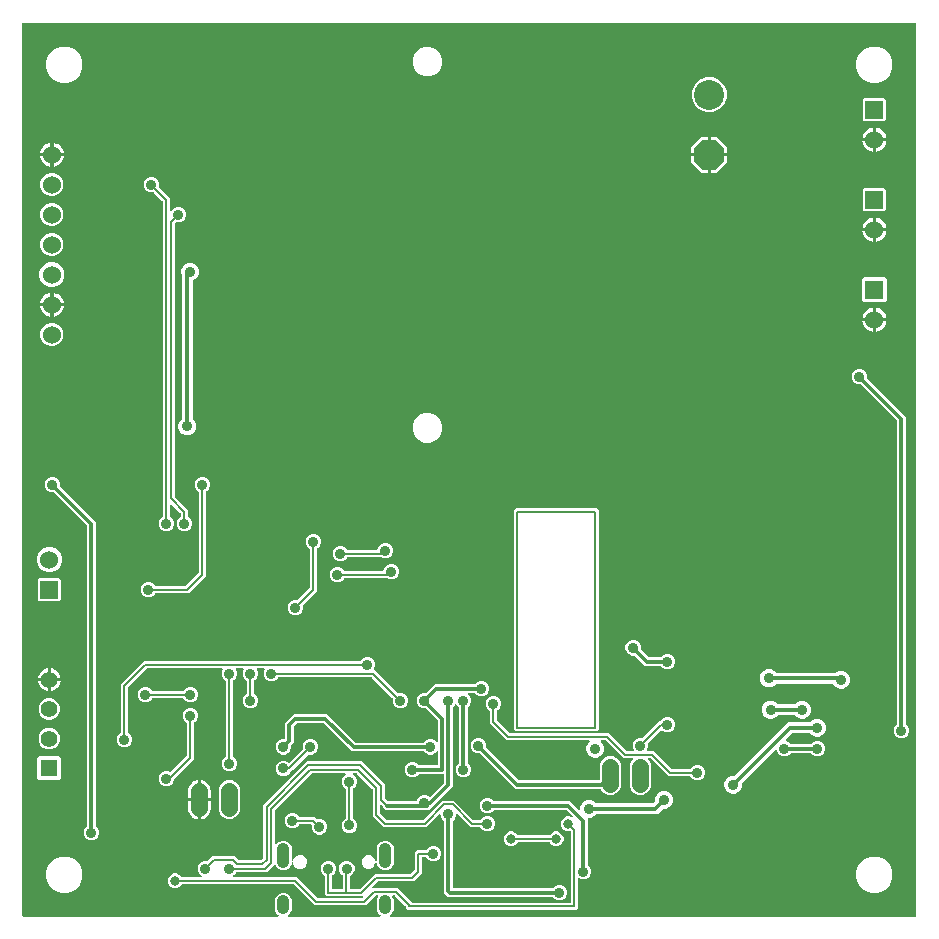
<source format=gbr>
G04 EAGLE Gerber RS-274X export*
G75*
%MOMM*%
%FSLAX34Y34*%
%LPD*%
%INBottom Copper*%
%IPPOS*%
%AMOC8*
5,1,8,0,0,1.08239X$1,22.5*%
G01*
%ADD10C,2.540000*%
%ADD11P,2.749271X8X292.500000*%
%ADD12R,1.418000X1.418000*%
%ADD13C,1.418000*%
%ADD14C,1.524000*%
%ADD15R,1.530000X1.530000*%
%ADD16C,1.530000*%
%ADD17C,1.422400*%
%ADD18C,1.000000*%
%ADD19C,0.812800*%
%ADD20C,0.203200*%
%ADD21C,0.914400*%
%ADD22C,0.304800*%
%ADD23C,0.152400*%

G36*
X218796Y2552D02*
X218796Y2552D01*
X218868Y2554D01*
X218917Y2572D01*
X218968Y2580D01*
X219032Y2614D01*
X219099Y2639D01*
X219140Y2671D01*
X219186Y2696D01*
X219235Y2748D01*
X219291Y2792D01*
X219319Y2836D01*
X219355Y2874D01*
X219385Y2939D01*
X219424Y2999D01*
X219437Y3050D01*
X219459Y3097D01*
X219467Y3168D01*
X219484Y3238D01*
X219480Y3290D01*
X219486Y3341D01*
X219471Y3412D01*
X219465Y3483D01*
X219445Y3531D01*
X219434Y3582D01*
X219397Y3643D01*
X219369Y3709D01*
X219324Y3765D01*
X219307Y3793D01*
X219290Y3808D01*
X219264Y3840D01*
X217538Y5566D01*
X216467Y8151D01*
X216467Y16949D01*
X217538Y19534D01*
X219516Y21512D01*
X222101Y22583D01*
X224899Y22583D01*
X227484Y21512D01*
X229462Y19534D01*
X230533Y16949D01*
X230533Y8151D01*
X229462Y5566D01*
X227736Y3840D01*
X227694Y3782D01*
X227645Y3730D01*
X227623Y3683D01*
X227593Y3641D01*
X227571Y3572D01*
X227541Y3507D01*
X227535Y3455D01*
X227520Y3405D01*
X227522Y3334D01*
X227514Y3263D01*
X227525Y3212D01*
X227527Y3160D01*
X227551Y3092D01*
X227566Y3022D01*
X227593Y2977D01*
X227611Y2929D01*
X227656Y2873D01*
X227693Y2811D01*
X227732Y2777D01*
X227765Y2737D01*
X227825Y2698D01*
X227879Y2651D01*
X227928Y2632D01*
X227972Y2604D01*
X228041Y2586D01*
X228108Y2559D01*
X228179Y2551D01*
X228210Y2543D01*
X228233Y2545D01*
X228274Y2541D01*
X305126Y2541D01*
X305196Y2552D01*
X305268Y2554D01*
X305317Y2572D01*
X305368Y2580D01*
X305432Y2614D01*
X305499Y2639D01*
X305540Y2671D01*
X305586Y2696D01*
X305635Y2748D01*
X305691Y2792D01*
X305719Y2836D01*
X305755Y2874D01*
X305785Y2939D01*
X305824Y2999D01*
X305837Y3050D01*
X305859Y3097D01*
X305867Y3168D01*
X305884Y3238D01*
X305880Y3290D01*
X305886Y3341D01*
X305871Y3412D01*
X305865Y3483D01*
X305845Y3531D01*
X305834Y3582D01*
X305797Y3643D01*
X305769Y3709D01*
X305724Y3765D01*
X305707Y3793D01*
X305690Y3808D01*
X305664Y3840D01*
X303938Y5566D01*
X302867Y8151D01*
X302867Y16949D01*
X303923Y19497D01*
X303933Y19541D01*
X303952Y19583D01*
X303961Y19660D01*
X303979Y19736D01*
X303974Y19782D01*
X303980Y19827D01*
X303963Y19904D01*
X303956Y19981D01*
X303937Y20023D01*
X303927Y20068D01*
X303887Y20135D01*
X303856Y20206D01*
X303825Y20240D01*
X303801Y20279D01*
X303742Y20330D01*
X303689Y20387D01*
X303649Y20409D01*
X303614Y20439D01*
X303542Y20468D01*
X303474Y20505D01*
X303429Y20514D01*
X303386Y20531D01*
X303250Y20546D01*
X303232Y20549D01*
X303227Y20548D01*
X303219Y20549D01*
X302036Y20549D01*
X301946Y20535D01*
X301855Y20527D01*
X301825Y20515D01*
X301793Y20510D01*
X301713Y20467D01*
X301629Y20431D01*
X301597Y20405D01*
X301576Y20394D01*
X301554Y20371D01*
X301498Y20326D01*
X293363Y12191D01*
X250197Y12191D01*
X232640Y29748D01*
X232566Y29801D01*
X232497Y29861D01*
X232467Y29873D01*
X232440Y29892D01*
X232353Y29919D01*
X232269Y29953D01*
X232228Y29957D01*
X232205Y29964D01*
X232173Y29963D01*
X232102Y29971D01*
X137925Y29971D01*
X137810Y29952D01*
X137694Y29935D01*
X137688Y29933D01*
X137682Y29932D01*
X137579Y29877D01*
X137475Y29824D01*
X137470Y29819D01*
X137465Y29816D01*
X137384Y29732D01*
X137302Y29648D01*
X137299Y29642D01*
X137295Y29638D01*
X137288Y29621D01*
X137268Y29586D01*
X135534Y27851D01*
X133293Y26923D01*
X130867Y26923D01*
X128626Y27851D01*
X126911Y29566D01*
X125983Y31807D01*
X125983Y34233D01*
X126911Y36474D01*
X128626Y38189D01*
X130867Y39117D01*
X133293Y39117D01*
X135534Y38189D01*
X137284Y36438D01*
X137343Y36339D01*
X137348Y36335D01*
X137351Y36330D01*
X137441Y36255D01*
X137530Y36179D01*
X137536Y36177D01*
X137540Y36173D01*
X137649Y36131D01*
X137758Y36087D01*
X137766Y36086D01*
X137770Y36085D01*
X137788Y36084D01*
X137925Y36069D01*
X153562Y36069D01*
X153658Y36084D01*
X153755Y36094D01*
X153779Y36104D01*
X153805Y36108D01*
X153891Y36154D01*
X153980Y36194D01*
X153999Y36211D01*
X154022Y36224D01*
X154089Y36294D01*
X154161Y36360D01*
X154174Y36383D01*
X154192Y36402D01*
X154233Y36490D01*
X154280Y36576D01*
X154284Y36601D01*
X154295Y36625D01*
X154306Y36722D01*
X154323Y36818D01*
X154319Y36844D01*
X154322Y36869D01*
X154302Y36965D01*
X154287Y37061D01*
X154276Y37084D01*
X154270Y37110D01*
X154220Y37194D01*
X154176Y37280D01*
X154157Y37299D01*
X154144Y37321D01*
X154070Y37384D01*
X154000Y37452D01*
X153972Y37468D01*
X153957Y37481D01*
X153926Y37493D01*
X153853Y37533D01*
X153739Y37581D01*
X151881Y39439D01*
X150875Y41866D01*
X150875Y44494D01*
X151881Y46921D01*
X153739Y48779D01*
X156166Y49785D01*
X158794Y49785D01*
X159016Y49693D01*
X159130Y49666D01*
X159243Y49637D01*
X159250Y49638D01*
X159256Y49636D01*
X159372Y49647D01*
X159489Y49656D01*
X159494Y49659D01*
X159501Y49659D01*
X159608Y49707D01*
X159715Y49753D01*
X159721Y49757D01*
X159725Y49759D01*
X159739Y49772D01*
X159846Y49858D01*
X161828Y51840D01*
X163837Y53849D01*
X182219Y53849D01*
X185552Y50516D01*
X185626Y50463D01*
X185696Y50403D01*
X185726Y50391D01*
X185752Y50372D01*
X185839Y50345D01*
X185924Y50311D01*
X185965Y50307D01*
X185987Y50300D01*
X186019Y50301D01*
X186090Y50293D01*
X204162Y50293D01*
X204252Y50307D01*
X204343Y50315D01*
X204373Y50327D01*
X204405Y50332D01*
X204485Y50375D01*
X204569Y50411D01*
X204601Y50437D01*
X204622Y50448D01*
X204644Y50471D01*
X204700Y50516D01*
X206024Y51840D01*
X206077Y51914D01*
X206137Y51983D01*
X206149Y52013D01*
X206168Y52040D01*
X206195Y52127D01*
X206229Y52211D01*
X206233Y52252D01*
X206240Y52275D01*
X206239Y52307D01*
X206247Y52378D01*
X206247Y96926D01*
X243434Y134113D01*
X289966Y134113D01*
X309373Y114706D01*
X309373Y103178D01*
X309387Y103088D01*
X309395Y102997D01*
X309407Y102967D01*
X309412Y102935D01*
X309455Y102855D01*
X309491Y102771D01*
X309517Y102739D01*
X309528Y102718D01*
X309551Y102696D01*
X309596Y102640D01*
X311936Y100300D01*
X312010Y100247D01*
X312079Y100187D01*
X312109Y100175D01*
X312136Y100156D01*
X312223Y100129D01*
X312307Y100095D01*
X312348Y100091D01*
X312371Y100084D01*
X312403Y100085D01*
X312474Y100077D01*
X335664Y100077D01*
X335778Y100096D01*
X335895Y100113D01*
X335900Y100115D01*
X335906Y100116D01*
X336009Y100171D01*
X336114Y100224D01*
X336118Y100229D01*
X336124Y100232D01*
X336204Y100316D01*
X336286Y100400D01*
X336290Y100406D01*
X336293Y100410D01*
X336301Y100427D01*
X336367Y100547D01*
X337301Y102801D01*
X339159Y104659D01*
X341586Y105665D01*
X344214Y105665D01*
X346641Y104659D01*
X347057Y104244D01*
X347073Y104232D01*
X347086Y104216D01*
X347173Y104160D01*
X347257Y104100D01*
X347276Y104094D01*
X347293Y104083D01*
X347393Y104058D01*
X347492Y104028D01*
X347512Y104028D01*
X347531Y104023D01*
X347634Y104031D01*
X347738Y104034D01*
X347756Y104041D01*
X347776Y104042D01*
X347871Y104083D01*
X347969Y104118D01*
X347984Y104131D01*
X348003Y104139D01*
X348134Y104244D01*
X359440Y115550D01*
X359493Y115624D01*
X359553Y115694D01*
X359565Y115724D01*
X359584Y115750D01*
X359611Y115837D01*
X359645Y115922D01*
X359649Y115963D01*
X359656Y115985D01*
X359655Y116017D01*
X359663Y116089D01*
X359663Y122682D01*
X359660Y122702D01*
X359662Y122721D01*
X359640Y122823D01*
X359624Y122925D01*
X359614Y122942D01*
X359610Y122962D01*
X359557Y123051D01*
X359508Y123142D01*
X359494Y123156D01*
X359484Y123173D01*
X359405Y123240D01*
X359330Y123312D01*
X359312Y123320D01*
X359297Y123333D01*
X359201Y123372D01*
X359107Y123415D01*
X359087Y123417D01*
X359069Y123425D01*
X358902Y123443D01*
X338839Y123443D01*
X338749Y123429D01*
X338658Y123421D01*
X338628Y123409D01*
X338596Y123404D01*
X338516Y123361D01*
X338432Y123325D01*
X338400Y123299D01*
X338379Y123288D01*
X338357Y123265D01*
X338301Y123220D01*
X336481Y121401D01*
X334054Y120395D01*
X331426Y120395D01*
X328999Y121401D01*
X327141Y123259D01*
X326135Y125686D01*
X326135Y128314D01*
X327141Y130741D01*
X328999Y132599D01*
X331426Y133605D01*
X334054Y133605D01*
X336481Y132599D01*
X338301Y130780D01*
X338375Y130727D01*
X338444Y130667D01*
X338474Y130655D01*
X338501Y130636D01*
X338588Y130609D01*
X338672Y130575D01*
X338713Y130571D01*
X338736Y130564D01*
X338768Y130565D01*
X338839Y130557D01*
X353822Y130557D01*
X353842Y130560D01*
X353861Y130558D01*
X353963Y130580D01*
X354065Y130596D01*
X354082Y130606D01*
X354102Y130610D01*
X354191Y130663D01*
X354282Y130712D01*
X354296Y130726D01*
X354313Y130736D01*
X354380Y130815D01*
X354452Y130890D01*
X354460Y130908D01*
X354473Y130923D01*
X354512Y131019D01*
X354555Y131113D01*
X354557Y131133D01*
X354565Y131151D01*
X354583Y131318D01*
X354583Y141729D01*
X354572Y141800D01*
X354570Y141871D01*
X354552Y141920D01*
X354544Y141972D01*
X354510Y142035D01*
X354485Y142102D01*
X354453Y142143D01*
X354428Y142189D01*
X354376Y142238D01*
X354332Y142294D01*
X354288Y142323D01*
X354250Y142358D01*
X354185Y142389D01*
X354125Y142427D01*
X354074Y142440D01*
X354027Y142462D01*
X353956Y142470D01*
X353886Y142487D01*
X353834Y142483D01*
X353783Y142489D01*
X353712Y142474D01*
X353641Y142468D01*
X353593Y142448D01*
X353542Y142437D01*
X353481Y142400D01*
X353415Y142372D01*
X353359Y142327D01*
X353331Y142311D01*
X353316Y142293D01*
X353284Y142267D01*
X351721Y140705D01*
X349294Y139699D01*
X346666Y139699D01*
X344239Y140705D01*
X342419Y142524D01*
X342345Y142577D01*
X342276Y142637D01*
X342246Y142649D01*
X342219Y142668D01*
X342132Y142695D01*
X342048Y142729D01*
X342007Y142733D01*
X341984Y142740D01*
X341952Y142739D01*
X341881Y142747D01*
X281483Y142747D01*
X257830Y166400D01*
X257756Y166453D01*
X257686Y166513D01*
X257656Y166525D01*
X257630Y166544D01*
X257543Y166571D01*
X257458Y166605D01*
X257417Y166609D01*
X257395Y166616D01*
X257363Y166615D01*
X257291Y166623D01*
X235469Y166623D01*
X235378Y166609D01*
X235288Y166601D01*
X235258Y166589D01*
X235226Y166584D01*
X235145Y166541D01*
X235061Y166505D01*
X235029Y166479D01*
X235008Y166468D01*
X234986Y166445D01*
X234930Y166400D01*
X232380Y163850D01*
X232327Y163776D01*
X232267Y163706D01*
X232255Y163676D01*
X232236Y163650D01*
X232209Y163563D01*
X232175Y163478D01*
X232171Y163437D01*
X232164Y163415D01*
X232165Y163383D01*
X232157Y163311D01*
X232157Y149911D01*
X230348Y148102D01*
X230295Y148028D01*
X230235Y147958D01*
X230223Y147928D01*
X230204Y147902D01*
X230177Y147815D01*
X230143Y147730D01*
X230139Y147689D01*
X230132Y147667D01*
X230133Y147635D01*
X230125Y147563D01*
X230125Y144990D01*
X229119Y142563D01*
X227261Y140705D01*
X224834Y139699D01*
X222206Y139699D01*
X219779Y140705D01*
X217921Y142563D01*
X216915Y144990D01*
X216915Y147618D01*
X217921Y150045D01*
X219779Y151903D01*
X222206Y152909D01*
X224282Y152909D01*
X224302Y152912D01*
X224321Y152910D01*
X224423Y152932D01*
X224525Y152948D01*
X224542Y152958D01*
X224562Y152962D01*
X224651Y153015D01*
X224742Y153064D01*
X224756Y153078D01*
X224773Y153088D01*
X224840Y153167D01*
X224912Y153242D01*
X224920Y153260D01*
X224933Y153275D01*
X224972Y153371D01*
X225015Y153465D01*
X225017Y153485D01*
X225025Y153503D01*
X225043Y153670D01*
X225043Y166573D01*
X232207Y173737D01*
X260553Y173737D01*
X284206Y150084D01*
X284280Y150031D01*
X284350Y149971D01*
X284380Y149959D01*
X284406Y149940D01*
X284493Y149913D01*
X284578Y149879D01*
X284619Y149875D01*
X284641Y149868D01*
X284673Y149869D01*
X284745Y149861D01*
X341881Y149861D01*
X341971Y149875D01*
X342062Y149883D01*
X342092Y149895D01*
X342124Y149900D01*
X342204Y149943D01*
X342288Y149979D01*
X342320Y150005D01*
X342341Y150016D01*
X342363Y150039D01*
X342419Y150084D01*
X344239Y151903D01*
X346666Y152909D01*
X349294Y152909D01*
X351721Y151903D01*
X353284Y150341D01*
X353342Y150299D01*
X353394Y150250D01*
X353441Y150228D01*
X353483Y150197D01*
X353552Y150176D01*
X353617Y150146D01*
X353669Y150140D01*
X353719Y150125D01*
X353790Y150127D01*
X353861Y150119D01*
X353912Y150130D01*
X353964Y150131D01*
X354032Y150156D01*
X354102Y150171D01*
X354147Y150198D01*
X354195Y150216D01*
X354251Y150261D01*
X354313Y150297D01*
X354347Y150337D01*
X354387Y150369D01*
X354426Y150430D01*
X354473Y150484D01*
X354492Y150533D01*
X354520Y150576D01*
X354538Y150646D01*
X354565Y150712D01*
X354573Y150784D01*
X354581Y150815D01*
X354579Y150838D01*
X354583Y150879D01*
X354583Y168391D01*
X354569Y168482D01*
X354561Y168572D01*
X354549Y168602D01*
X354544Y168634D01*
X354501Y168715D01*
X354465Y168799D01*
X354439Y168831D01*
X354428Y168852D01*
X354405Y168874D01*
X354360Y168930D01*
X344698Y178592D01*
X344624Y178645D01*
X344554Y178705D01*
X344524Y178717D01*
X344498Y178736D01*
X344411Y178763D01*
X344326Y178797D01*
X344285Y178801D01*
X344263Y178808D01*
X344231Y178807D01*
X344159Y178815D01*
X341586Y178815D01*
X339159Y179821D01*
X337301Y181679D01*
X336295Y184106D01*
X336295Y186734D01*
X337301Y189161D01*
X339159Y191019D01*
X341586Y192025D01*
X344159Y192025D01*
X344250Y192039D01*
X344340Y192047D01*
X344370Y192059D01*
X344402Y192064D01*
X344483Y192107D01*
X344567Y192143D01*
X344599Y192169D01*
X344620Y192180D01*
X344642Y192203D01*
X344698Y192248D01*
X351587Y199137D01*
X385061Y199137D01*
X385151Y199151D01*
X385242Y199159D01*
X385272Y199171D01*
X385304Y199176D01*
X385384Y199219D01*
X385468Y199255D01*
X385500Y199281D01*
X385521Y199292D01*
X385543Y199315D01*
X385599Y199360D01*
X387419Y201179D01*
X389846Y202185D01*
X392474Y202185D01*
X394901Y201179D01*
X396759Y199321D01*
X397765Y196894D01*
X397765Y194266D01*
X396759Y191839D01*
X394901Y189981D01*
X392474Y188975D01*
X389846Y188975D01*
X387419Y189981D01*
X385599Y191800D01*
X385525Y191853D01*
X385456Y191913D01*
X385426Y191925D01*
X385399Y191944D01*
X385312Y191971D01*
X385228Y192005D01*
X385187Y192009D01*
X385164Y192016D01*
X385132Y192015D01*
X385061Y192023D01*
X380495Y192023D01*
X380424Y192012D01*
X380353Y192010D01*
X380304Y191992D01*
X380252Y191984D01*
X380189Y191950D01*
X380122Y191925D01*
X380081Y191893D01*
X380035Y191868D01*
X379986Y191816D01*
X379930Y191772D01*
X379901Y191728D01*
X379866Y191690D01*
X379835Y191625D01*
X379797Y191565D01*
X379784Y191514D01*
X379762Y191467D01*
X379754Y191396D01*
X379737Y191326D01*
X379741Y191274D01*
X379735Y191223D01*
X379750Y191152D01*
X379756Y191081D01*
X379776Y191033D01*
X379787Y190982D01*
X379824Y190921D01*
X379852Y190855D01*
X379897Y190799D01*
X379913Y190771D01*
X379931Y190756D01*
X379957Y190724D01*
X381519Y189161D01*
X382525Y186734D01*
X382525Y184106D01*
X381519Y181679D01*
X379700Y179859D01*
X379647Y179785D01*
X379587Y179716D01*
X379575Y179686D01*
X379556Y179659D01*
X379529Y179572D01*
X379495Y179488D01*
X379491Y179447D01*
X379484Y179424D01*
X379485Y179392D01*
X379477Y179321D01*
X379477Y133099D01*
X379491Y133009D01*
X379499Y132918D01*
X379511Y132888D01*
X379516Y132856D01*
X379559Y132776D01*
X379595Y132692D01*
X379621Y132660D01*
X379632Y132639D01*
X379655Y132617D01*
X379700Y132561D01*
X381519Y130741D01*
X382525Y128314D01*
X382525Y125686D01*
X381519Y123259D01*
X379661Y121401D01*
X377234Y120395D01*
X374606Y120395D01*
X372179Y121401D01*
X370321Y123259D01*
X369315Y125686D01*
X369315Y128314D01*
X370321Y130741D01*
X372140Y132561D01*
X372193Y132635D01*
X372253Y132704D01*
X372265Y132734D01*
X372284Y132761D01*
X372311Y132848D01*
X372345Y132932D01*
X372349Y132973D01*
X372356Y132996D01*
X372355Y133028D01*
X372363Y133099D01*
X372363Y179321D01*
X372349Y179411D01*
X372341Y179502D01*
X372329Y179532D01*
X372324Y179564D01*
X372281Y179644D01*
X372245Y179728D01*
X372219Y179760D01*
X372208Y179781D01*
X372185Y179803D01*
X372140Y179859D01*
X370321Y181679D01*
X370273Y181793D01*
X370236Y181854D01*
X370206Y181920D01*
X370171Y181958D01*
X370144Y182002D01*
X370088Y182048D01*
X370040Y182101D01*
X369994Y182126D01*
X369954Y182159D01*
X369887Y182185D01*
X369824Y182220D01*
X369773Y182229D01*
X369725Y182247D01*
X369653Y182250D01*
X369582Y182263D01*
X369531Y182256D01*
X369479Y182258D01*
X369410Y182238D01*
X369339Y182227D01*
X369293Y182204D01*
X369243Y182189D01*
X369184Y182148D01*
X369120Y182116D01*
X369083Y182079D01*
X369041Y182049D01*
X368998Y181991D01*
X368948Y181940D01*
X368913Y181878D01*
X368894Y181852D01*
X368886Y181829D01*
X368867Y181793D01*
X368819Y181679D01*
X367000Y179859D01*
X366947Y179785D01*
X366887Y179716D01*
X366875Y179686D01*
X366856Y179659D01*
X366829Y179572D01*
X366795Y179488D01*
X366791Y179447D01*
X366784Y179424D01*
X366785Y179392D01*
X366777Y179321D01*
X366777Y112827D01*
X349299Y95349D01*
X349298Y95348D01*
X349287Y95337D01*
X349284Y95334D01*
X349267Y95324D01*
X349223Y95272D01*
X349220Y95270D01*
X346913Y92963D01*
X345592Y92963D01*
X345527Y92953D01*
X345461Y92952D01*
X345381Y92929D01*
X345349Y92924D01*
X345332Y92914D01*
X345300Y92905D01*
X344214Y92455D01*
X341586Y92455D01*
X340500Y92905D01*
X340436Y92920D01*
X340375Y92945D01*
X340292Y92954D01*
X340260Y92961D01*
X340241Y92960D01*
X340208Y92963D01*
X309931Y92963D01*
X307847Y95047D01*
X307847Y95450D01*
X307833Y95540D01*
X307825Y95631D01*
X307813Y95661D01*
X307808Y95693D01*
X307765Y95773D01*
X307729Y95857D01*
X307703Y95889D01*
X307692Y95910D01*
X307669Y95932D01*
X307624Y95988D01*
X306608Y97004D01*
X306550Y97046D01*
X306498Y97095D01*
X306451Y97117D01*
X306409Y97148D01*
X306340Y97169D01*
X306275Y97199D01*
X306223Y97205D01*
X306173Y97220D01*
X306102Y97218D01*
X306031Y97226D01*
X305980Y97215D01*
X305928Y97214D01*
X305860Y97189D01*
X305790Y97174D01*
X305745Y97147D01*
X305697Y97129D01*
X305641Y97084D01*
X305579Y97048D01*
X305545Y97008D01*
X305505Y96976D01*
X305466Y96915D01*
X305419Y96861D01*
X305400Y96812D01*
X305372Y96769D01*
X305354Y96699D01*
X305327Y96633D01*
X305319Y96561D01*
X305311Y96530D01*
X305313Y96507D01*
X305309Y96466D01*
X305309Y90478D01*
X305323Y90388D01*
X305331Y90297D01*
X305343Y90267D01*
X305348Y90235D01*
X305391Y90155D01*
X305427Y90071D01*
X305453Y90039D01*
X305464Y90018D01*
X305487Y89996D01*
X305532Y89940D01*
X310920Y84552D01*
X310994Y84499D01*
X311063Y84439D01*
X311093Y84427D01*
X311120Y84408D01*
X311207Y84381D01*
X311291Y84347D01*
X311332Y84343D01*
X311355Y84336D01*
X311387Y84337D01*
X311458Y84329D01*
X341555Y84329D01*
X341645Y84343D01*
X341736Y84351D01*
X341765Y84363D01*
X341797Y84368D01*
X341878Y84411D01*
X341962Y84447D01*
X341994Y84473D01*
X342015Y84484D01*
X342037Y84507D01*
X342093Y84552D01*
X358380Y100839D01*
X368060Y100839D01*
X384347Y84552D01*
X384421Y84499D01*
X384490Y84439D01*
X384521Y84427D01*
X384547Y84408D01*
X384634Y84381D01*
X384719Y84347D01*
X384760Y84343D01*
X384782Y84336D01*
X384814Y84337D01*
X384885Y84329D01*
X389845Y84329D01*
X389960Y84348D01*
X390076Y84365D01*
X390082Y84367D01*
X390088Y84368D01*
X390190Y84423D01*
X390295Y84476D01*
X390300Y84481D01*
X390305Y84484D01*
X390385Y84568D01*
X390468Y84652D01*
X390471Y84658D01*
X390475Y84662D01*
X390483Y84679D01*
X390549Y84799D01*
X390641Y85021D01*
X392499Y86879D01*
X394926Y87885D01*
X397554Y87885D01*
X399981Y86879D01*
X401839Y85021D01*
X402845Y82594D01*
X402845Y79966D01*
X401839Y77539D01*
X399981Y75681D01*
X397554Y74675D01*
X394926Y74675D01*
X392499Y75681D01*
X390641Y77539D01*
X390549Y77761D01*
X390487Y77861D01*
X390427Y77961D01*
X390422Y77965D01*
X390419Y77970D01*
X390329Y78045D01*
X390240Y78121D01*
X390234Y78123D01*
X390229Y78127D01*
X390121Y78169D01*
X390012Y78213D01*
X390004Y78214D01*
X390000Y78215D01*
X389982Y78216D01*
X389845Y78231D01*
X382044Y78231D01*
X371124Y89151D01*
X371066Y89193D01*
X371014Y89243D01*
X370967Y89265D01*
X370925Y89295D01*
X370856Y89316D01*
X370791Y89346D01*
X370739Y89352D01*
X370689Y89367D01*
X370618Y89365D01*
X370547Y89373D01*
X370496Y89362D01*
X370444Y89361D01*
X370376Y89336D01*
X370306Y89321D01*
X370261Y89294D01*
X370213Y89276D01*
X370157Y89232D01*
X370095Y89195D01*
X370061Y89155D01*
X370021Y89123D01*
X369982Y89062D01*
X369935Y89008D01*
X369916Y88960D01*
X369888Y88916D01*
X369870Y88846D01*
X369843Y88780D01*
X369835Y88708D01*
X369827Y88677D01*
X369829Y88654D01*
X369825Y88613D01*
X369825Y87840D01*
X368819Y85413D01*
X367000Y83593D01*
X366947Y83519D01*
X366887Y83450D01*
X366875Y83420D01*
X366856Y83393D01*
X366829Y83306D01*
X366795Y83222D01*
X366791Y83181D01*
X366784Y83158D01*
X366785Y83126D01*
X366777Y83055D01*
X366777Y27178D01*
X366780Y27158D01*
X366778Y27139D01*
X366800Y27037D01*
X366816Y26935D01*
X366826Y26918D01*
X366830Y26898D01*
X366883Y26809D01*
X366932Y26718D01*
X366946Y26704D01*
X366956Y26687D01*
X367035Y26620D01*
X367110Y26548D01*
X367128Y26540D01*
X367143Y26527D01*
X367239Y26488D01*
X367333Y26445D01*
X367353Y26443D01*
X367371Y26435D01*
X367538Y26417D01*
X451101Y26417D01*
X451191Y26431D01*
X451282Y26439D01*
X451312Y26451D01*
X451344Y26456D01*
X451424Y26499D01*
X451508Y26535D01*
X451540Y26561D01*
X451561Y26572D01*
X451583Y26595D01*
X451639Y26640D01*
X453459Y28459D01*
X455886Y29465D01*
X458514Y29465D01*
X460941Y28459D01*
X462799Y26601D01*
X463805Y24174D01*
X463805Y21546D01*
X462799Y19119D01*
X460941Y17261D01*
X458514Y16255D01*
X455886Y16255D01*
X453459Y17261D01*
X451639Y19080D01*
X451565Y19133D01*
X451496Y19193D01*
X451466Y19205D01*
X451439Y19224D01*
X451352Y19251D01*
X451268Y19285D01*
X451227Y19289D01*
X451204Y19296D01*
X451172Y19295D01*
X451101Y19303D01*
X363307Y19303D01*
X359663Y22947D01*
X359663Y83055D01*
X359649Y83145D01*
X359641Y83236D01*
X359629Y83266D01*
X359624Y83298D01*
X359581Y83378D01*
X359545Y83462D01*
X359519Y83494D01*
X359508Y83515D01*
X359485Y83537D01*
X359440Y83593D01*
X357621Y85413D01*
X356615Y87840D01*
X356615Y88613D01*
X356604Y88684D01*
X356602Y88756D01*
X356584Y88804D01*
X356576Y88856D01*
X356542Y88919D01*
X356517Y88987D01*
X356485Y89027D01*
X356460Y89073D01*
X356408Y89123D01*
X356364Y89179D01*
X356320Y89207D01*
X356282Y89243D01*
X356217Y89273D01*
X356157Y89312D01*
X356106Y89324D01*
X356059Y89346D01*
X355988Y89354D01*
X355918Y89372D01*
X355866Y89368D01*
X355815Y89373D01*
X355744Y89358D01*
X355673Y89352D01*
X355625Y89332D01*
X355574Y89321D01*
X355513Y89284D01*
X355447Y89256D01*
X355391Y89211D01*
X355363Y89195D01*
X355348Y89177D01*
X355316Y89151D01*
X344396Y78231D01*
X308617Y78231D01*
X299211Y87637D01*
X299211Y110182D01*
X299197Y110272D01*
X299189Y110363D01*
X299177Y110393D01*
X299172Y110425D01*
X299129Y110505D01*
X299093Y110589D01*
X299067Y110621D01*
X299056Y110642D01*
X299033Y110664D01*
X298988Y110720D01*
X285980Y123728D01*
X285906Y123781D01*
X285837Y123841D01*
X285807Y123853D01*
X285780Y123872D01*
X285693Y123899D01*
X285609Y123933D01*
X285568Y123937D01*
X285545Y123944D01*
X285513Y123943D01*
X285442Y123951D01*
X283318Y123951D01*
X283222Y123936D01*
X283125Y123926D01*
X283101Y123916D01*
X283075Y123912D01*
X282989Y123866D01*
X282900Y123826D01*
X282881Y123809D01*
X282858Y123796D01*
X282791Y123726D01*
X282719Y123660D01*
X282706Y123637D01*
X282688Y123618D01*
X282647Y123530D01*
X282600Y123444D01*
X282596Y123419D01*
X282585Y123395D01*
X282574Y123298D01*
X282557Y123202D01*
X282561Y123176D01*
X282558Y123151D01*
X282578Y123055D01*
X282593Y122959D01*
X282604Y122936D01*
X282610Y122910D01*
X282660Y122826D01*
X282704Y122740D01*
X282723Y122721D01*
X282736Y122699D01*
X282810Y122636D01*
X282880Y122568D01*
X282908Y122552D01*
X282923Y122539D01*
X282954Y122527D01*
X283027Y122487D01*
X283141Y122439D01*
X284999Y120581D01*
X286005Y118154D01*
X286005Y115526D01*
X284999Y113099D01*
X283141Y111241D01*
X282919Y111149D01*
X282819Y111087D01*
X282719Y111027D01*
X282715Y111022D01*
X282710Y111019D01*
X282635Y110929D01*
X282559Y110840D01*
X282557Y110834D01*
X282553Y110829D01*
X282511Y110721D01*
X282467Y110612D01*
X282466Y110604D01*
X282465Y110600D01*
X282464Y110582D01*
X282449Y110445D01*
X282449Y86151D01*
X282468Y86036D01*
X282485Y85920D01*
X282487Y85914D01*
X282488Y85908D01*
X282543Y85805D01*
X282596Y85701D01*
X282601Y85696D01*
X282604Y85691D01*
X282688Y85610D01*
X282772Y85528D01*
X282778Y85525D01*
X282782Y85521D01*
X282799Y85513D01*
X282919Y85447D01*
X283141Y85355D01*
X284999Y83497D01*
X286005Y81070D01*
X286005Y78442D01*
X284999Y76015D01*
X283141Y74157D01*
X280714Y73151D01*
X278086Y73151D01*
X275659Y74157D01*
X273801Y76015D01*
X272795Y78442D01*
X272795Y81070D01*
X273801Y83497D01*
X275659Y85355D01*
X275881Y85447D01*
X275981Y85509D01*
X276081Y85569D01*
X276085Y85574D01*
X276090Y85577D01*
X276165Y85667D01*
X276241Y85756D01*
X276243Y85762D01*
X276247Y85767D01*
X276289Y85875D01*
X276333Y85984D01*
X276334Y85992D01*
X276335Y85996D01*
X276336Y86014D01*
X276351Y86151D01*
X276351Y110445D01*
X276332Y110560D01*
X276315Y110676D01*
X276313Y110682D01*
X276312Y110688D01*
X276257Y110790D01*
X276204Y110895D01*
X276199Y110900D01*
X276196Y110905D01*
X276112Y110986D01*
X276028Y111068D01*
X276022Y111071D01*
X276018Y111075D01*
X276001Y111083D01*
X275881Y111149D01*
X275659Y111241D01*
X273801Y113099D01*
X272795Y115526D01*
X272795Y118154D01*
X273801Y120581D01*
X275659Y122439D01*
X275773Y122487D01*
X275856Y122538D01*
X275942Y122584D01*
X275960Y122602D01*
X275982Y122616D01*
X276045Y122691D01*
X276112Y122762D01*
X276123Y122786D01*
X276139Y122806D01*
X276174Y122897D01*
X276215Y122985D01*
X276218Y123011D01*
X276227Y123035D01*
X276232Y123133D01*
X276242Y123229D01*
X276237Y123255D01*
X276238Y123281D01*
X276211Y123374D01*
X276190Y123470D01*
X276177Y123492D01*
X276169Y123517D01*
X276114Y123597D01*
X276064Y123681D01*
X276044Y123698D01*
X276029Y123719D01*
X275951Y123777D01*
X275877Y123841D01*
X275853Y123851D01*
X275832Y123866D01*
X275739Y123896D01*
X275649Y123933D01*
X275616Y123936D01*
X275598Y123942D01*
X275565Y123942D01*
X275482Y123951D01*
X247958Y123951D01*
X247868Y123937D01*
X247777Y123929D01*
X247747Y123917D01*
X247715Y123912D01*
X247635Y123869D01*
X247551Y123833D01*
X247519Y123807D01*
X247498Y123796D01*
X247476Y123773D01*
X247420Y123728D01*
X216632Y92940D01*
X216579Y92866D01*
X216519Y92797D01*
X216507Y92767D01*
X216488Y92740D01*
X216461Y92653D01*
X216427Y92569D01*
X216423Y92528D01*
X216416Y92505D01*
X216417Y92473D01*
X216409Y92402D01*
X216409Y64542D01*
X216420Y64472D01*
X216422Y64400D01*
X216440Y64351D01*
X216448Y64300D01*
X216482Y64236D01*
X216507Y64169D01*
X216539Y64128D01*
X216564Y64082D01*
X216616Y64033D01*
X216660Y63977D01*
X216704Y63949D01*
X216742Y63913D01*
X216807Y63883D01*
X216867Y63844D01*
X216918Y63831D01*
X216965Y63809D01*
X217036Y63801D01*
X217106Y63784D01*
X217158Y63788D01*
X217209Y63782D01*
X217280Y63797D01*
X217351Y63803D01*
X217399Y63823D01*
X217450Y63834D01*
X217511Y63871D01*
X217577Y63899D01*
X217633Y63944D01*
X217661Y63961D01*
X217676Y63978D01*
X217708Y64004D01*
X219516Y65812D01*
X222101Y66883D01*
X224899Y66883D01*
X227484Y65812D01*
X229462Y63834D01*
X230533Y61249D01*
X230533Y50464D01*
X230548Y50368D01*
X230558Y50271D01*
X230568Y50247D01*
X230572Y50221D01*
X230618Y50136D01*
X230658Y50046D01*
X230675Y50027D01*
X230688Y50004D01*
X230758Y49937D01*
X230824Y49865D01*
X230847Y49853D01*
X230866Y49835D01*
X230954Y49794D01*
X231040Y49747D01*
X231065Y49742D01*
X231089Y49731D01*
X231186Y49720D01*
X231282Y49703D01*
X231308Y49707D01*
X231333Y49704D01*
X231429Y49725D01*
X231525Y49739D01*
X231548Y49751D01*
X231574Y49756D01*
X231657Y49806D01*
X231744Y49850D01*
X231763Y49869D01*
X231785Y49882D01*
X231848Y49956D01*
X231916Y50026D01*
X231932Y50055D01*
X231945Y50069D01*
X231957Y50100D01*
X231997Y50173D01*
X232891Y52330D01*
X234520Y53959D01*
X236648Y54841D01*
X238952Y54841D01*
X241080Y53959D01*
X242709Y52330D01*
X243591Y50202D01*
X243591Y47898D01*
X242709Y45770D01*
X241080Y44141D01*
X238952Y43259D01*
X236648Y43259D01*
X234520Y44141D01*
X232891Y45770D01*
X231997Y47927D01*
X231946Y48010D01*
X231900Y48096D01*
X231882Y48114D01*
X231868Y48136D01*
X231792Y48198D01*
X231722Y48265D01*
X231698Y48276D01*
X231678Y48293D01*
X231587Y48328D01*
X231499Y48369D01*
X231473Y48372D01*
X231449Y48381D01*
X231351Y48385D01*
X231255Y48396D01*
X231229Y48390D01*
X231203Y48392D01*
X231109Y48364D01*
X231014Y48344D01*
X230992Y48330D01*
X230967Y48323D01*
X230887Y48268D01*
X230803Y48218D01*
X230786Y48198D01*
X230765Y48183D01*
X230706Y48105D01*
X230643Y48031D01*
X230633Y48006D01*
X230618Y47985D01*
X230588Y47893D01*
X230551Y47802D01*
X230548Y47770D01*
X230542Y47752D01*
X230542Y47718D01*
X230533Y47636D01*
X230533Y47451D01*
X229462Y44866D01*
X227484Y42888D01*
X224899Y41817D01*
X222101Y41817D01*
X219516Y42888D01*
X217538Y44866D01*
X217019Y46119D01*
X216995Y46158D01*
X216979Y46201D01*
X216931Y46262D01*
X216889Y46328D01*
X216854Y46357D01*
X216825Y46393D01*
X216760Y46435D01*
X216700Y46485D01*
X216657Y46501D01*
X216619Y46526D01*
X216543Y46545D01*
X216470Y46573D01*
X216425Y46575D01*
X216380Y46586D01*
X216302Y46580D01*
X216225Y46583D01*
X216180Y46571D01*
X216135Y46567D01*
X216063Y46537D01*
X215988Y46515D01*
X215951Y46489D01*
X215908Y46471D01*
X215802Y46385D01*
X215786Y46375D01*
X215783Y46371D01*
X215777Y46366D01*
X214400Y44988D01*
X209543Y40131D01*
X184195Y40131D01*
X184080Y40112D01*
X183964Y40095D01*
X183958Y40093D01*
X183952Y40092D01*
X183850Y40037D01*
X183745Y39984D01*
X183740Y39979D01*
X183735Y39976D01*
X183654Y39892D01*
X183572Y39808D01*
X183569Y39802D01*
X183565Y39798D01*
X183557Y39781D01*
X183491Y39661D01*
X183399Y39439D01*
X181541Y37581D01*
X181427Y37533D01*
X181344Y37482D01*
X181258Y37436D01*
X181240Y37418D01*
X181218Y37404D01*
X181155Y37329D01*
X181088Y37258D01*
X181077Y37234D01*
X181061Y37214D01*
X181026Y37123D01*
X180985Y37035D01*
X180982Y37009D01*
X180973Y36985D01*
X180968Y36887D01*
X180958Y36791D01*
X180963Y36765D01*
X180962Y36739D01*
X180989Y36645D01*
X181010Y36550D01*
X181023Y36528D01*
X181031Y36503D01*
X181086Y36423D01*
X181136Y36339D01*
X181156Y36322D01*
X181171Y36301D01*
X181249Y36243D01*
X181323Y36179D01*
X181347Y36169D01*
X181368Y36154D01*
X181461Y36124D01*
X181551Y36087D01*
X181584Y36084D01*
X181602Y36078D01*
X181635Y36078D01*
X181718Y36069D01*
X234943Y36069D01*
X252500Y18512D01*
X252574Y18459D01*
X252643Y18399D01*
X252673Y18387D01*
X252700Y18368D01*
X252787Y18341D01*
X252871Y18307D01*
X252912Y18303D01*
X252935Y18296D01*
X252967Y18297D01*
X253038Y18289D01*
X290522Y18289D01*
X290613Y18304D01*
X290705Y18311D01*
X290742Y18325D01*
X290765Y18328D01*
X290765Y18329D01*
X290793Y18344D01*
X290862Y18369D01*
X290920Y18411D01*
X290982Y18444D01*
X291019Y18482D01*
X291062Y18513D01*
X291103Y18571D01*
X291151Y18622D01*
X291174Y18670D01*
X291205Y18713D01*
X291225Y18781D01*
X291255Y18845D01*
X291261Y18898D01*
X291276Y18949D01*
X291274Y19019D01*
X291282Y19089D01*
X291271Y19141D01*
X291269Y19195D01*
X291245Y19261D01*
X291230Y19330D01*
X291203Y19375D01*
X291184Y19425D01*
X291140Y19480D01*
X291104Y19541D01*
X291063Y19575D01*
X291030Y19617D01*
X290970Y19655D01*
X290917Y19701D01*
X290867Y19721D01*
X290823Y19749D01*
X290754Y19766D01*
X290689Y19793D01*
X290616Y19801D01*
X290584Y19809D01*
X290561Y19807D01*
X290522Y19811D01*
X260357Y19811D01*
X258571Y21597D01*
X258571Y36785D01*
X258552Y36900D01*
X258535Y37016D01*
X258533Y37022D01*
X258532Y37028D01*
X258477Y37130D01*
X258424Y37235D01*
X258419Y37240D01*
X258416Y37245D01*
X258332Y37326D01*
X258248Y37408D01*
X258242Y37411D01*
X258238Y37415D01*
X258221Y37423D01*
X258179Y37446D01*
X258177Y37448D01*
X258172Y37450D01*
X258101Y37489D01*
X257879Y37581D01*
X256021Y39439D01*
X255015Y41866D01*
X255015Y44494D01*
X256021Y46921D01*
X257879Y48779D01*
X260306Y49785D01*
X262934Y49785D01*
X265361Y48779D01*
X267219Y46921D01*
X268225Y44494D01*
X268225Y41866D01*
X267219Y39439D01*
X265361Y37581D01*
X265139Y37489D01*
X265039Y37427D01*
X265014Y37412D01*
X264998Y37403D01*
X264996Y37401D01*
X264939Y37367D01*
X264935Y37362D01*
X264930Y37359D01*
X264855Y37269D01*
X264779Y37180D01*
X264777Y37174D01*
X264773Y37169D01*
X264731Y37061D01*
X264687Y36952D01*
X264686Y36944D01*
X264685Y36940D01*
X264684Y36922D01*
X264669Y36785D01*
X264669Y26670D01*
X264672Y26650D01*
X264670Y26631D01*
X264692Y26529D01*
X264708Y26427D01*
X264718Y26410D01*
X264722Y26390D01*
X264775Y26301D01*
X264824Y26210D01*
X264838Y26196D01*
X264848Y26179D01*
X264927Y26112D01*
X265002Y26040D01*
X265020Y26032D01*
X265035Y26019D01*
X265131Y25980D01*
X265225Y25937D01*
X265245Y25935D01*
X265263Y25927D01*
X265430Y25909D01*
X273050Y25909D01*
X273070Y25912D01*
X273089Y25910D01*
X273191Y25932D01*
X273293Y25948D01*
X273310Y25958D01*
X273330Y25962D01*
X273419Y26015D01*
X273510Y26064D01*
X273524Y26078D01*
X273541Y26088D01*
X273608Y26167D01*
X273680Y26242D01*
X273688Y26260D01*
X273701Y26275D01*
X273740Y26371D01*
X273783Y26465D01*
X273785Y26485D01*
X273793Y26503D01*
X273811Y26670D01*
X273811Y36985D01*
X273797Y37075D01*
X273789Y37166D01*
X273777Y37196D01*
X273772Y37228D01*
X273729Y37308D01*
X273693Y37392D01*
X273667Y37424D01*
X273656Y37445D01*
X273633Y37467D01*
X273588Y37523D01*
X271673Y39439D01*
X270667Y41866D01*
X270667Y44494D01*
X271673Y46921D01*
X273531Y48779D01*
X275958Y49785D01*
X278586Y49785D01*
X281013Y48779D01*
X282871Y46921D01*
X283877Y44494D01*
X283877Y41866D01*
X282871Y39439D01*
X281013Y37581D01*
X280379Y37318D01*
X280279Y37256D01*
X280179Y37196D01*
X280175Y37192D01*
X280170Y37188D01*
X280095Y37098D01*
X280019Y37009D01*
X280017Y37004D01*
X280013Y36999D01*
X279971Y36890D01*
X279927Y36781D01*
X279926Y36774D01*
X279925Y36769D01*
X279924Y36751D01*
X279909Y36615D01*
X279909Y26670D01*
X279912Y26650D01*
X279910Y26631D01*
X279932Y26529D01*
X279948Y26427D01*
X279958Y26410D01*
X279962Y26390D01*
X280015Y26301D01*
X280064Y26210D01*
X280078Y26196D01*
X280088Y26179D01*
X280167Y26112D01*
X280242Y26040D01*
X280260Y26032D01*
X280275Y26019D01*
X280371Y25980D01*
X280465Y25937D01*
X280485Y25935D01*
X280503Y25927D01*
X280670Y25909D01*
X287982Y25909D01*
X288072Y25923D01*
X288163Y25931D01*
X288193Y25943D01*
X288225Y25948D01*
X288305Y25991D01*
X288389Y26027D01*
X288421Y26053D01*
X288442Y26064D01*
X288464Y26087D01*
X288520Y26132D01*
X300997Y38609D01*
X331162Y38609D01*
X331252Y38623D01*
X331343Y38631D01*
X331373Y38643D01*
X331405Y38648D01*
X331485Y38691D01*
X331569Y38727D01*
X331601Y38753D01*
X331622Y38764D01*
X331644Y38787D01*
X331700Y38832D01*
X334548Y41680D01*
X334601Y41754D01*
X334661Y41823D01*
X334673Y41853D01*
X334692Y41880D01*
X334719Y41967D01*
X334753Y42051D01*
X334757Y42092D01*
X334764Y42115D01*
X334763Y42147D01*
X334771Y42218D01*
X334771Y57143D01*
X336557Y58929D01*
X344125Y58929D01*
X344240Y58948D01*
X344356Y58965D01*
X344362Y58967D01*
X344368Y58968D01*
X344470Y59023D01*
X344575Y59076D01*
X344580Y59081D01*
X344585Y59084D01*
X344666Y59168D01*
X344748Y59252D01*
X344751Y59258D01*
X344755Y59262D01*
X344763Y59279D01*
X344829Y59399D01*
X344921Y59621D01*
X346779Y61479D01*
X349206Y62485D01*
X351834Y62485D01*
X354261Y61479D01*
X356119Y59621D01*
X357125Y57194D01*
X357125Y54566D01*
X356119Y52139D01*
X354261Y50281D01*
X351834Y49275D01*
X349206Y49275D01*
X346779Y50281D01*
X344921Y52139D01*
X344829Y52361D01*
X344767Y52461D01*
X344707Y52561D01*
X344702Y52565D01*
X344699Y52570D01*
X344609Y52645D01*
X344520Y52721D01*
X344514Y52723D01*
X344509Y52727D01*
X344401Y52769D01*
X344292Y52813D01*
X344284Y52814D01*
X344280Y52815D01*
X344262Y52816D01*
X344125Y52831D01*
X341630Y52831D01*
X341610Y52828D01*
X341591Y52830D01*
X341489Y52808D01*
X341387Y52792D01*
X341370Y52782D01*
X341350Y52778D01*
X341261Y52725D01*
X341170Y52676D01*
X341156Y52662D01*
X341139Y52652D01*
X341072Y52573D01*
X341000Y52498D01*
X340992Y52480D01*
X340979Y52465D01*
X340940Y52369D01*
X340897Y52275D01*
X340895Y52255D01*
X340887Y52237D01*
X340869Y52070D01*
X340869Y39377D01*
X334003Y32511D01*
X303838Y32511D01*
X303748Y32497D01*
X303657Y32489D01*
X303627Y32477D01*
X303595Y32472D01*
X303515Y32429D01*
X303431Y32393D01*
X303399Y32367D01*
X303378Y32356D01*
X303356Y32333D01*
X303300Y32288D01*
X298958Y27946D01*
X298916Y27888D01*
X298867Y27836D01*
X298845Y27789D01*
X298814Y27747D01*
X298793Y27678D01*
X298763Y27613D01*
X298757Y27561D01*
X298742Y27511D01*
X298744Y27440D01*
X298736Y27369D01*
X298747Y27318D01*
X298748Y27266D01*
X298773Y27198D01*
X298788Y27128D01*
X298815Y27083D01*
X298833Y27035D01*
X298878Y26979D01*
X298914Y26917D01*
X298954Y26883D01*
X298986Y26843D01*
X299047Y26804D01*
X299101Y26757D01*
X299150Y26738D01*
X299193Y26710D01*
X299263Y26692D01*
X299329Y26665D01*
X299401Y26657D01*
X299432Y26649D01*
X299455Y26651D01*
X299496Y26647D01*
X320565Y26647D01*
X332764Y14448D01*
X332838Y14395D01*
X332907Y14335D01*
X332937Y14323D01*
X332964Y14304D01*
X333051Y14277D01*
X333135Y14243D01*
X333176Y14239D01*
X333199Y14232D01*
X333231Y14233D01*
X333302Y14225D01*
X466090Y14225D01*
X466110Y14228D01*
X466129Y14226D01*
X466231Y14248D01*
X466333Y14264D01*
X466350Y14274D01*
X466370Y14278D01*
X466459Y14331D01*
X466550Y14380D01*
X466564Y14394D01*
X466581Y14404D01*
X466648Y14483D01*
X466720Y14558D01*
X466728Y14576D01*
X466741Y14591D01*
X466780Y14687D01*
X466823Y14781D01*
X466825Y14801D01*
X466833Y14819D01*
X466851Y14986D01*
X466851Y74422D01*
X466848Y74442D01*
X466850Y74461D01*
X466828Y74563D01*
X466812Y74665D01*
X466802Y74682D01*
X466798Y74702D01*
X466745Y74791D01*
X466696Y74882D01*
X466682Y74896D01*
X466672Y74913D01*
X466593Y74980D01*
X466518Y75052D01*
X466500Y75060D01*
X466485Y75073D01*
X466389Y75112D01*
X466295Y75155D01*
X466275Y75157D01*
X466257Y75165D01*
X466090Y75183D01*
X463607Y75183D01*
X461366Y76111D01*
X459651Y77826D01*
X458723Y80067D01*
X458723Y82493D01*
X459651Y84734D01*
X461366Y86449D01*
X463607Y87377D01*
X466033Y87377D01*
X467449Y86790D01*
X467543Y86768D01*
X467636Y86739D01*
X467663Y86740D01*
X467688Y86734D01*
X467785Y86743D01*
X467882Y86746D01*
X467907Y86755D01*
X467933Y86757D01*
X468022Y86797D01*
X468113Y86830D01*
X468134Y86847D01*
X468158Y86857D01*
X468229Y86923D01*
X468305Y86984D01*
X468320Y87006D01*
X468339Y87024D01*
X468386Y87109D01*
X468438Y87191D01*
X468445Y87216D01*
X468457Y87239D01*
X468475Y87335D01*
X468498Y87429D01*
X468496Y87455D01*
X468501Y87481D01*
X468487Y87578D01*
X468479Y87675D01*
X468469Y87699D01*
X468465Y87724D01*
X468421Y87812D01*
X468383Y87901D01*
X468363Y87926D01*
X468354Y87944D01*
X468330Y87967D01*
X468278Y88032D01*
X463570Y92740D01*
X463496Y92793D01*
X463426Y92853D01*
X463396Y92865D01*
X463370Y92884D01*
X463283Y92911D01*
X463198Y92945D01*
X463157Y92949D01*
X463135Y92956D01*
X463103Y92955D01*
X463031Y92963D01*
X402339Y92963D01*
X402249Y92949D01*
X402158Y92941D01*
X402128Y92929D01*
X402096Y92924D01*
X402016Y92881D01*
X401932Y92845D01*
X401900Y92819D01*
X401879Y92808D01*
X401857Y92785D01*
X401801Y92740D01*
X399981Y90921D01*
X397554Y89915D01*
X394926Y89915D01*
X392499Y90921D01*
X390641Y92779D01*
X389635Y95206D01*
X389635Y97834D01*
X390641Y100261D01*
X392499Y102119D01*
X394926Y103125D01*
X397554Y103125D01*
X399981Y102119D01*
X401801Y100300D01*
X401875Y100247D01*
X401944Y100187D01*
X401974Y100175D01*
X402001Y100156D01*
X402088Y100129D01*
X402172Y100095D01*
X402213Y100091D01*
X402236Y100084D01*
X402268Y100085D01*
X402339Y100077D01*
X466293Y100077D01*
X473680Y92690D01*
X473738Y92648D01*
X473790Y92599D01*
X473837Y92577D01*
X473879Y92547D01*
X473948Y92526D01*
X474013Y92495D01*
X474065Y92490D01*
X474115Y92474D01*
X474186Y92476D01*
X474257Y92468D01*
X474308Y92479D01*
X474360Y92481D01*
X474428Y92505D01*
X474498Y92521D01*
X474543Y92547D01*
X474591Y92565D01*
X474647Y92610D01*
X474709Y92647D01*
X474743Y92686D01*
X474783Y92719D01*
X474822Y92779D01*
X474869Y92834D01*
X474888Y92882D01*
X474916Y92926D01*
X474934Y92995D01*
X474961Y93062D01*
X474969Y93133D01*
X474977Y93164D01*
X474975Y93188D01*
X474979Y93229D01*
X474979Y95496D01*
X476139Y98297D01*
X478283Y100441D01*
X481084Y101601D01*
X484116Y101601D01*
X486917Y100441D01*
X488582Y98776D01*
X488656Y98723D01*
X488725Y98663D01*
X488755Y98651D01*
X488781Y98632D01*
X488868Y98605D01*
X488953Y98571D01*
X488994Y98567D01*
X489016Y98560D01*
X489049Y98561D01*
X489120Y98553D01*
X536271Y98553D01*
X536361Y98567D01*
X536452Y98575D01*
X536481Y98587D01*
X536513Y98592D01*
X536594Y98635D01*
X536678Y98671D01*
X536710Y98697D01*
X536731Y98708D01*
X536753Y98731D01*
X536809Y98776D01*
X538256Y100223D01*
X538301Y100286D01*
X538328Y100314D01*
X538333Y100325D01*
X538369Y100367D01*
X538381Y100397D01*
X538400Y100423D01*
X538427Y100510D01*
X538461Y100595D01*
X538465Y100636D01*
X538472Y100658D01*
X538471Y100690D01*
X538479Y100761D01*
X538479Y103116D01*
X539639Y105917D01*
X541783Y108061D01*
X544584Y109221D01*
X547616Y109221D01*
X550417Y108061D01*
X552561Y105917D01*
X553721Y103116D01*
X553721Y100084D01*
X552561Y97283D01*
X550417Y95139D01*
X547616Y93979D01*
X545261Y93979D01*
X545171Y93965D01*
X545080Y93957D01*
X545051Y93945D01*
X545019Y93940D01*
X544938Y93897D01*
X544854Y93861D01*
X544822Y93835D01*
X544801Y93824D01*
X544779Y93801D01*
X544723Y93756D01*
X540374Y89407D01*
X489120Y89407D01*
X489030Y89393D01*
X488939Y89385D01*
X488909Y89373D01*
X488877Y89368D01*
X488796Y89325D01*
X488713Y89289D01*
X488680Y89263D01*
X488660Y89252D01*
X488638Y89229D01*
X488582Y89184D01*
X486917Y87519D01*
X484116Y86359D01*
X481838Y86359D01*
X481818Y86356D01*
X481799Y86358D01*
X481697Y86336D01*
X481595Y86320D01*
X481578Y86310D01*
X481558Y86306D01*
X481469Y86253D01*
X481378Y86204D01*
X481364Y86190D01*
X481347Y86180D01*
X481280Y86101D01*
X481208Y86026D01*
X481200Y86008D01*
X481187Y85993D01*
X481148Y85897D01*
X481105Y85803D01*
X481103Y85783D01*
X481095Y85765D01*
X481077Y85598D01*
X481077Y46739D01*
X481091Y46649D01*
X481099Y46558D01*
X481111Y46528D01*
X481116Y46496D01*
X481159Y46416D01*
X481195Y46332D01*
X481221Y46300D01*
X481232Y46279D01*
X481255Y46257D01*
X481300Y46201D01*
X483119Y44381D01*
X484125Y41954D01*
X484125Y39326D01*
X483119Y36899D01*
X481261Y35041D01*
X478834Y34035D01*
X476206Y34035D01*
X474001Y34949D01*
X473957Y34959D01*
X473915Y34978D01*
X473838Y34987D01*
X473762Y35005D01*
X473716Y35000D01*
X473671Y35006D01*
X473594Y34989D01*
X473517Y34982D01*
X473475Y34963D01*
X473430Y34953D01*
X473363Y34913D01*
X473292Y34882D01*
X473258Y34851D01*
X473219Y34827D01*
X473168Y34768D01*
X473111Y34715D01*
X473089Y34675D01*
X473059Y34640D01*
X473030Y34568D01*
X472993Y34500D01*
X472984Y34455D01*
X472967Y34412D01*
X472952Y34276D01*
X472949Y34258D01*
X472950Y34253D01*
X472949Y34245D01*
X472949Y9913D01*
X471163Y8127D01*
X328937Y8127D01*
X327151Y9913D01*
X327151Y11122D01*
X327137Y11212D01*
X327129Y11303D01*
X327117Y11333D01*
X327112Y11365D01*
X327069Y11445D01*
X327033Y11529D01*
X327007Y11561D01*
X326996Y11582D01*
X326973Y11604D01*
X326928Y11660D01*
X318262Y20326D01*
X318188Y20379D01*
X318119Y20439D01*
X318089Y20451D01*
X318062Y20470D01*
X317975Y20497D01*
X317891Y20531D01*
X317850Y20535D01*
X317827Y20542D01*
X317795Y20541D01*
X317724Y20549D01*
X316581Y20549D01*
X316535Y20542D01*
X316490Y20544D01*
X316415Y20522D01*
X316338Y20510D01*
X316297Y20488D01*
X316253Y20475D01*
X316189Y20431D01*
X316121Y20394D01*
X316089Y20361D01*
X316051Y20335D01*
X316005Y20272D01*
X315951Y20216D01*
X315932Y20174D01*
X315904Y20138D01*
X315880Y20064D01*
X315848Y19993D01*
X315843Y19947D01*
X315828Y19904D01*
X315829Y19826D01*
X315820Y19749D01*
X315830Y19704D01*
X315831Y19658D01*
X315869Y19526D01*
X315873Y19508D01*
X315875Y19504D01*
X315877Y19497D01*
X316933Y16949D01*
X316933Y8151D01*
X315862Y5566D01*
X314136Y3840D01*
X314094Y3782D01*
X314045Y3730D01*
X314023Y3683D01*
X313993Y3641D01*
X313971Y3572D01*
X313941Y3507D01*
X313935Y3455D01*
X313920Y3405D01*
X313922Y3334D01*
X313914Y3263D01*
X313925Y3212D01*
X313927Y3160D01*
X313951Y3092D01*
X313966Y3022D01*
X313993Y2977D01*
X314011Y2929D01*
X314056Y2873D01*
X314093Y2811D01*
X314132Y2777D01*
X314165Y2737D01*
X314225Y2698D01*
X314279Y2651D01*
X314328Y2632D01*
X314372Y2604D01*
X314441Y2586D01*
X314508Y2559D01*
X314579Y2551D01*
X314610Y2543D01*
X314633Y2545D01*
X314674Y2541D01*
X758698Y2541D01*
X758718Y2544D01*
X758737Y2542D01*
X758839Y2564D01*
X758941Y2580D01*
X758958Y2590D01*
X758978Y2594D01*
X759067Y2647D01*
X759158Y2696D01*
X759172Y2710D01*
X759189Y2720D01*
X759256Y2799D01*
X759328Y2874D01*
X759336Y2892D01*
X759349Y2907D01*
X759388Y3003D01*
X759431Y3097D01*
X759433Y3117D01*
X759441Y3135D01*
X759459Y3302D01*
X759459Y758698D01*
X759456Y758718D01*
X759458Y758737D01*
X759436Y758839D01*
X759420Y758941D01*
X759410Y758958D01*
X759406Y758978D01*
X759353Y759067D01*
X759304Y759158D01*
X759290Y759172D01*
X759280Y759189D01*
X759201Y759256D01*
X759126Y759328D01*
X759108Y759336D01*
X759093Y759349D01*
X758997Y759388D01*
X758903Y759431D01*
X758883Y759433D01*
X758865Y759441D01*
X758698Y759459D01*
X3302Y759459D01*
X3282Y759456D01*
X3263Y759458D01*
X3161Y759436D01*
X3059Y759420D01*
X3042Y759410D01*
X3022Y759406D01*
X2933Y759353D01*
X2842Y759304D01*
X2828Y759290D01*
X2811Y759280D01*
X2744Y759201D01*
X2672Y759126D01*
X2664Y759108D01*
X2651Y759093D01*
X2612Y758997D01*
X2569Y758903D01*
X2567Y758883D01*
X2559Y758865D01*
X2541Y758698D01*
X2541Y3302D01*
X2544Y3282D01*
X2542Y3263D01*
X2564Y3161D01*
X2580Y3059D01*
X2590Y3042D01*
X2594Y3022D01*
X2647Y2933D01*
X2696Y2842D01*
X2710Y2828D01*
X2720Y2811D01*
X2799Y2744D01*
X2874Y2672D01*
X2892Y2664D01*
X2907Y2651D01*
X3003Y2612D01*
X3097Y2569D01*
X3117Y2567D01*
X3135Y2559D01*
X3302Y2541D01*
X218726Y2541D01*
X218796Y2552D01*
G37*
%LPC*%
G36*
X420482Y159765D02*
X420482Y159765D01*
X418845Y161402D01*
X418845Y346598D01*
X420482Y348235D01*
X488838Y348235D01*
X490475Y346598D01*
X490475Y161402D01*
X488838Y159765D01*
X420482Y159765D01*
G37*
%LPD*%
%LPC*%
G36*
X176486Y125475D02*
X176486Y125475D01*
X174059Y126481D01*
X172201Y128339D01*
X171195Y130766D01*
X171195Y133394D01*
X172201Y135821D01*
X174059Y137679D01*
X174281Y137771D01*
X174381Y137833D01*
X174481Y137893D01*
X174485Y137898D01*
X174490Y137901D01*
X174565Y137991D01*
X174641Y138080D01*
X174643Y138086D01*
X174647Y138091D01*
X174689Y138199D01*
X174733Y138308D01*
X174734Y138316D01*
X174735Y138320D01*
X174736Y138338D01*
X174751Y138475D01*
X174751Y201885D01*
X174732Y202000D01*
X174715Y202116D01*
X174713Y202122D01*
X174712Y202128D01*
X174657Y202230D01*
X174604Y202335D01*
X174599Y202340D01*
X174596Y202345D01*
X174512Y202426D01*
X174428Y202508D01*
X174422Y202511D01*
X174418Y202515D01*
X174401Y202523D01*
X174281Y202589D01*
X174059Y202681D01*
X172201Y204539D01*
X171195Y206966D01*
X171195Y209594D01*
X172109Y211799D01*
X172119Y211843D01*
X172138Y211885D01*
X172147Y211962D01*
X172165Y212038D01*
X172160Y212084D01*
X172166Y212129D01*
X172149Y212206D01*
X172142Y212283D01*
X172123Y212325D01*
X172113Y212370D01*
X172073Y212437D01*
X172042Y212508D01*
X172011Y212542D01*
X171987Y212581D01*
X171928Y212632D01*
X171875Y212689D01*
X171835Y212711D01*
X171800Y212741D01*
X171728Y212770D01*
X171660Y212807D01*
X171615Y212816D01*
X171572Y212833D01*
X171436Y212848D01*
X171418Y212851D01*
X171413Y212850D01*
X171405Y212851D01*
X108258Y212851D01*
X108168Y212837D01*
X108077Y212829D01*
X108047Y212817D01*
X108015Y212812D01*
X107935Y212769D01*
X107851Y212733D01*
X107819Y212707D01*
X107798Y212696D01*
X107776Y212673D01*
X107720Y212628D01*
X92172Y197080D01*
X92119Y197006D01*
X92059Y196937D01*
X92047Y196907D01*
X92028Y196880D01*
X92001Y196793D01*
X91967Y196709D01*
X91963Y196668D01*
X91956Y196645D01*
X91957Y196613D01*
X91949Y196542D01*
X91949Y158795D01*
X91968Y158680D01*
X91985Y158564D01*
X91987Y158558D01*
X91988Y158552D01*
X92043Y158450D01*
X92096Y158345D01*
X92101Y158340D01*
X92104Y158335D01*
X92188Y158254D01*
X92272Y158172D01*
X92278Y158169D01*
X92282Y158165D01*
X92299Y158157D01*
X92419Y158091D01*
X92641Y157999D01*
X94499Y156141D01*
X95505Y153714D01*
X95505Y151086D01*
X94499Y148659D01*
X92641Y146801D01*
X90214Y145795D01*
X87586Y145795D01*
X85159Y146801D01*
X83301Y148659D01*
X82295Y151086D01*
X82295Y153714D01*
X83301Y156141D01*
X85159Y157999D01*
X85381Y158091D01*
X85481Y158153D01*
X85581Y158213D01*
X85585Y158218D01*
X85590Y158221D01*
X85665Y158311D01*
X85741Y158400D01*
X85743Y158406D01*
X85747Y158411D01*
X85789Y158519D01*
X85833Y158628D01*
X85834Y158636D01*
X85835Y158640D01*
X85836Y158658D01*
X85851Y158795D01*
X85851Y199383D01*
X105417Y218949D01*
X288245Y218949D01*
X288360Y218968D01*
X288476Y218985D01*
X288482Y218987D01*
X288488Y218988D01*
X288590Y219043D01*
X288695Y219096D01*
X288700Y219101D01*
X288705Y219104D01*
X288786Y219188D01*
X288868Y219272D01*
X288871Y219278D01*
X288875Y219282D01*
X288883Y219299D01*
X288949Y219419D01*
X289041Y219641D01*
X290899Y221499D01*
X293326Y222505D01*
X295954Y222505D01*
X298381Y221499D01*
X300239Y219641D01*
X301245Y217214D01*
X301245Y214586D01*
X300331Y212381D01*
X300321Y212337D01*
X300302Y212295D01*
X300293Y212218D01*
X300275Y212142D01*
X300280Y212096D01*
X300274Y212051D01*
X300291Y211974D01*
X300298Y211897D01*
X300317Y211855D01*
X300327Y211810D01*
X300367Y211743D01*
X300398Y211672D01*
X300429Y211638D01*
X300453Y211599D01*
X300512Y211548D01*
X300565Y211491D01*
X300605Y211469D01*
X300640Y211439D01*
X300712Y211410D01*
X300780Y211373D01*
X300825Y211364D01*
X300868Y211347D01*
X300976Y211335D01*
X302992Y209320D01*
X320214Y192098D01*
X320309Y192029D01*
X320403Y191960D01*
X320409Y191958D01*
X320414Y191954D01*
X320525Y191920D01*
X320637Y191883D01*
X320643Y191883D01*
X320649Y191882D01*
X320766Y191885D01*
X320883Y191886D01*
X320890Y191888D01*
X320895Y191888D01*
X320912Y191894D01*
X321044Y191933D01*
X321266Y192025D01*
X323894Y192025D01*
X326321Y191019D01*
X328179Y189161D01*
X329185Y186734D01*
X329185Y184106D01*
X328179Y181679D01*
X326321Y179821D01*
X323894Y178815D01*
X321266Y178815D01*
X318839Y179821D01*
X316981Y181679D01*
X315975Y184106D01*
X315975Y186734D01*
X316067Y186956D01*
X316094Y187070D01*
X316123Y187183D01*
X316122Y187190D01*
X316124Y187196D01*
X316113Y187312D01*
X316104Y187429D01*
X316101Y187434D01*
X316101Y187441D01*
X316053Y187548D01*
X316007Y187655D01*
X316003Y187661D01*
X316001Y187665D01*
X315988Y187679D01*
X315902Y187786D01*
X298680Y205008D01*
X298606Y205061D01*
X298537Y205121D01*
X298507Y205133D01*
X298480Y205152D01*
X298393Y205179D01*
X298309Y205213D01*
X298268Y205217D01*
X298245Y205224D01*
X298213Y205223D01*
X298142Y205231D01*
X219755Y205231D01*
X219640Y205212D01*
X219524Y205195D01*
X219518Y205193D01*
X219512Y205192D01*
X219410Y205137D01*
X219305Y205084D01*
X219300Y205079D01*
X219295Y205076D01*
X219214Y204992D01*
X219132Y204908D01*
X219129Y204902D01*
X219125Y204898D01*
X219117Y204881D01*
X219051Y204761D01*
X218959Y204539D01*
X217101Y202681D01*
X214674Y201675D01*
X212046Y201675D01*
X209619Y202681D01*
X207761Y204539D01*
X206755Y206966D01*
X206755Y209594D01*
X207669Y211799D01*
X207679Y211843D01*
X207698Y211885D01*
X207707Y211962D01*
X207725Y212038D01*
X207720Y212084D01*
X207726Y212129D01*
X207709Y212206D01*
X207702Y212283D01*
X207683Y212325D01*
X207673Y212370D01*
X207633Y212437D01*
X207602Y212508D01*
X207571Y212542D01*
X207547Y212581D01*
X207488Y212632D01*
X207435Y212689D01*
X207395Y212711D01*
X207360Y212741D01*
X207288Y212770D01*
X207220Y212807D01*
X207175Y212816D01*
X207132Y212833D01*
X206996Y212848D01*
X206978Y212851D01*
X206973Y212850D01*
X206965Y212851D01*
X201975Y212851D01*
X201929Y212844D01*
X201884Y212846D01*
X201809Y212824D01*
X201732Y212812D01*
X201691Y212790D01*
X201647Y212777D01*
X201583Y212733D01*
X201515Y212696D01*
X201483Y212663D01*
X201445Y212637D01*
X201399Y212575D01*
X201345Y212518D01*
X201326Y212476D01*
X201298Y212440D01*
X201274Y212366D01*
X201242Y212295D01*
X201237Y212249D01*
X201222Y212206D01*
X201223Y212128D01*
X201214Y212051D01*
X201224Y212006D01*
X201225Y211960D01*
X201263Y211828D01*
X201267Y211810D01*
X201269Y211806D01*
X201271Y211799D01*
X202185Y209594D01*
X202185Y206966D01*
X201179Y204539D01*
X199321Y202681D01*
X199099Y202589D01*
X198999Y202527D01*
X198899Y202467D01*
X198895Y202462D01*
X198890Y202459D01*
X198815Y202369D01*
X198739Y202280D01*
X198737Y202274D01*
X198733Y202269D01*
X198691Y202161D01*
X198647Y202052D01*
X198646Y202044D01*
X198645Y202040D01*
X198644Y202022D01*
X198629Y201885D01*
X198629Y191815D01*
X198648Y191700D01*
X198665Y191584D01*
X198667Y191578D01*
X198668Y191572D01*
X198723Y191470D01*
X198776Y191365D01*
X198781Y191360D01*
X198784Y191355D01*
X198868Y191274D01*
X198952Y191192D01*
X198958Y191189D01*
X198962Y191185D01*
X198979Y191177D01*
X199099Y191111D01*
X199321Y191019D01*
X201179Y189161D01*
X202185Y186734D01*
X202185Y184106D01*
X201179Y181679D01*
X199321Y179821D01*
X196894Y178815D01*
X194266Y178815D01*
X191839Y179821D01*
X189981Y181679D01*
X188975Y184106D01*
X188975Y186734D01*
X189981Y189161D01*
X191839Y191019D01*
X192061Y191111D01*
X192161Y191173D01*
X192261Y191233D01*
X192265Y191238D01*
X192270Y191241D01*
X192345Y191331D01*
X192421Y191420D01*
X192423Y191426D01*
X192427Y191431D01*
X192469Y191539D01*
X192513Y191648D01*
X192514Y191656D01*
X192515Y191660D01*
X192516Y191678D01*
X192531Y191815D01*
X192531Y201885D01*
X192512Y202000D01*
X192495Y202116D01*
X192493Y202122D01*
X192492Y202128D01*
X192437Y202230D01*
X192384Y202335D01*
X192379Y202340D01*
X192376Y202345D01*
X192292Y202426D01*
X192208Y202508D01*
X192202Y202511D01*
X192198Y202515D01*
X192181Y202523D01*
X192061Y202589D01*
X191839Y202681D01*
X189981Y204539D01*
X188975Y206966D01*
X188975Y209594D01*
X189889Y211799D01*
X189899Y211843D01*
X189918Y211885D01*
X189927Y211962D01*
X189945Y212038D01*
X189940Y212084D01*
X189946Y212129D01*
X189929Y212206D01*
X189922Y212283D01*
X189903Y212325D01*
X189893Y212370D01*
X189853Y212437D01*
X189822Y212508D01*
X189791Y212542D01*
X189767Y212581D01*
X189708Y212632D01*
X189655Y212689D01*
X189615Y212711D01*
X189580Y212741D01*
X189508Y212770D01*
X189440Y212807D01*
X189395Y212816D01*
X189352Y212833D01*
X189216Y212848D01*
X189198Y212851D01*
X189193Y212850D01*
X189185Y212851D01*
X184195Y212851D01*
X184149Y212844D01*
X184104Y212846D01*
X184029Y212824D01*
X183952Y212812D01*
X183911Y212790D01*
X183867Y212777D01*
X183803Y212733D01*
X183735Y212696D01*
X183703Y212663D01*
X183665Y212637D01*
X183619Y212575D01*
X183565Y212518D01*
X183546Y212476D01*
X183518Y212440D01*
X183494Y212366D01*
X183462Y212295D01*
X183457Y212249D01*
X183442Y212206D01*
X183443Y212128D01*
X183434Y212051D01*
X183444Y212006D01*
X183445Y211960D01*
X183483Y211828D01*
X183487Y211810D01*
X183489Y211806D01*
X183491Y211799D01*
X184405Y209594D01*
X184405Y206966D01*
X183399Y204539D01*
X181541Y202681D01*
X181319Y202589D01*
X181219Y202527D01*
X181119Y202467D01*
X181115Y202462D01*
X181110Y202459D01*
X181035Y202369D01*
X180959Y202280D01*
X180957Y202274D01*
X180953Y202269D01*
X180911Y202161D01*
X180867Y202052D01*
X180866Y202044D01*
X180865Y202040D01*
X180864Y202022D01*
X180849Y201885D01*
X180849Y138475D01*
X180868Y138360D01*
X180885Y138244D01*
X180887Y138238D01*
X180888Y138232D01*
X180943Y138130D01*
X180996Y138025D01*
X181001Y138020D01*
X181004Y138015D01*
X181088Y137934D01*
X181172Y137852D01*
X181178Y137849D01*
X181182Y137845D01*
X181199Y137837D01*
X181319Y137771D01*
X181541Y137679D01*
X183399Y135821D01*
X184405Y133394D01*
X184405Y130766D01*
X183399Y128339D01*
X181541Y126481D01*
X179114Y125475D01*
X176486Y125475D01*
G37*
%LPD*%
%LPC*%
G36*
X123146Y328675D02*
X123146Y328675D01*
X120719Y329681D01*
X118861Y331539D01*
X117855Y333966D01*
X117855Y336594D01*
X118861Y339021D01*
X120719Y340879D01*
X120941Y340971D01*
X121041Y341033D01*
X121141Y341093D01*
X121145Y341098D01*
X121150Y341101D01*
X121225Y341191D01*
X121301Y341280D01*
X121303Y341286D01*
X121307Y341291D01*
X121349Y341399D01*
X121393Y341508D01*
X121394Y341516D01*
X121395Y341520D01*
X121396Y341538D01*
X121411Y341675D01*
X121411Y608022D01*
X121397Y608112D01*
X121389Y608203D01*
X121377Y608233D01*
X121372Y608265D01*
X121329Y608345D01*
X121293Y608429D01*
X121267Y608461D01*
X121256Y608482D01*
X121233Y608504D01*
X121188Y608560D01*
X114126Y615622D01*
X114031Y615691D01*
X113937Y615760D01*
X113931Y615762D01*
X113926Y615766D01*
X113815Y615800D01*
X113703Y615837D01*
X113697Y615837D01*
X113691Y615838D01*
X113574Y615835D01*
X113457Y615834D01*
X113450Y615832D01*
X113445Y615832D01*
X113428Y615826D01*
X113296Y615787D01*
X113074Y615695D01*
X110446Y615695D01*
X108019Y616701D01*
X106161Y618559D01*
X105155Y620986D01*
X105155Y623614D01*
X106161Y626041D01*
X108019Y627899D01*
X110446Y628905D01*
X113074Y628905D01*
X115501Y627899D01*
X117359Y626041D01*
X118365Y623614D01*
X118365Y620986D01*
X118273Y620764D01*
X118246Y620650D01*
X118217Y620537D01*
X118218Y620530D01*
X118216Y620524D01*
X118227Y620408D01*
X118236Y620291D01*
X118239Y620286D01*
X118239Y620279D01*
X118287Y620172D01*
X118333Y620065D01*
X118337Y620059D01*
X118339Y620055D01*
X118352Y620041D01*
X118438Y619934D01*
X125500Y612872D01*
X127509Y610863D01*
X127509Y600818D01*
X127524Y600722D01*
X127534Y600625D01*
X127544Y600601D01*
X127548Y600575D01*
X127594Y600489D01*
X127634Y600400D01*
X127651Y600381D01*
X127664Y600358D01*
X127734Y600291D01*
X127800Y600219D01*
X127823Y600206D01*
X127842Y600188D01*
X127930Y600147D01*
X128016Y600100D01*
X128041Y600096D01*
X128065Y600085D01*
X128162Y600074D01*
X128258Y600057D01*
X128284Y600061D01*
X128309Y600058D01*
X128405Y600078D01*
X128501Y600093D01*
X128524Y600104D01*
X128550Y600110D01*
X128634Y600160D01*
X128720Y600204D01*
X128739Y600223D01*
X128761Y600236D01*
X128824Y600310D01*
X128892Y600380D01*
X128908Y600408D01*
X128921Y600423D01*
X128933Y600454D01*
X128973Y600527D01*
X129021Y600641D01*
X130879Y602499D01*
X133306Y603505D01*
X135934Y603505D01*
X138361Y602499D01*
X140219Y600641D01*
X141225Y598214D01*
X141225Y595586D01*
X140219Y593159D01*
X138361Y591301D01*
X135934Y590295D01*
X133306Y590295D01*
X133084Y590387D01*
X132970Y590414D01*
X132857Y590443D01*
X132850Y590442D01*
X132844Y590444D01*
X132728Y590433D01*
X132611Y590424D01*
X132606Y590421D01*
X132599Y590421D01*
X132492Y590373D01*
X132385Y590327D01*
X132379Y590323D01*
X132375Y590321D01*
X132361Y590308D01*
X132254Y590222D01*
X131796Y589764D01*
X131743Y589690D01*
X131683Y589621D01*
X131671Y589591D01*
X131652Y589564D01*
X131625Y589477D01*
X131591Y589393D01*
X131587Y589352D01*
X131580Y589329D01*
X131581Y589297D01*
X131573Y589226D01*
X131573Y358194D01*
X131587Y358104D01*
X131595Y358013D01*
X131607Y357983D01*
X131612Y357951D01*
X131655Y357871D01*
X131691Y357787D01*
X131717Y357755D01*
X131728Y357734D01*
X131751Y357712D01*
X131796Y357656D01*
X142749Y346703D01*
X142749Y341675D01*
X142768Y341560D01*
X142785Y341444D01*
X142787Y341438D01*
X142788Y341432D01*
X142843Y341330D01*
X142896Y341225D01*
X142901Y341220D01*
X142904Y341215D01*
X142988Y341134D01*
X143072Y341052D01*
X143078Y341049D01*
X143082Y341045D01*
X143099Y341037D01*
X143219Y340971D01*
X143441Y340879D01*
X145299Y339021D01*
X146305Y336594D01*
X146305Y333966D01*
X145299Y331539D01*
X143441Y329681D01*
X141014Y328675D01*
X138386Y328675D01*
X135959Y329681D01*
X134101Y331539D01*
X133095Y333966D01*
X133095Y336594D01*
X134101Y339021D01*
X135959Y340879D01*
X136181Y340971D01*
X136281Y341033D01*
X136381Y341093D01*
X136385Y341098D01*
X136390Y341101D01*
X136465Y341191D01*
X136541Y341280D01*
X136543Y341286D01*
X136547Y341291D01*
X136589Y341399D01*
X136633Y341508D01*
X136634Y341516D01*
X136635Y341520D01*
X136636Y341538D01*
X136651Y341675D01*
X136651Y343862D01*
X136637Y343952D01*
X136629Y344043D01*
X136617Y344073D01*
X136612Y344105D01*
X136569Y344185D01*
X136533Y344269D01*
X136507Y344301D01*
X136496Y344322D01*
X136473Y344344D01*
X136428Y344400D01*
X128808Y352020D01*
X128750Y352062D01*
X128698Y352111D01*
X128651Y352133D01*
X128609Y352164D01*
X128540Y352185D01*
X128475Y352215D01*
X128423Y352221D01*
X128373Y352236D01*
X128302Y352234D01*
X128231Y352242D01*
X128180Y352231D01*
X128128Y352230D01*
X128060Y352205D01*
X127990Y352190D01*
X127945Y352163D01*
X127897Y352145D01*
X127841Y352100D01*
X127779Y352064D01*
X127745Y352024D01*
X127705Y351992D01*
X127666Y351931D01*
X127619Y351877D01*
X127600Y351828D01*
X127572Y351785D01*
X127554Y351715D01*
X127527Y351649D01*
X127519Y351577D01*
X127511Y351546D01*
X127513Y351523D01*
X127509Y351482D01*
X127509Y341675D01*
X127528Y341560D01*
X127545Y341444D01*
X127547Y341438D01*
X127548Y341432D01*
X127603Y341330D01*
X127656Y341225D01*
X127661Y341220D01*
X127664Y341215D01*
X127748Y341134D01*
X127832Y341052D01*
X127838Y341049D01*
X127842Y341045D01*
X127859Y341037D01*
X127979Y340971D01*
X128201Y340879D01*
X130059Y339021D01*
X131065Y336594D01*
X131065Y333966D01*
X130059Y331539D01*
X128201Y329681D01*
X125774Y328675D01*
X123146Y328675D01*
G37*
%LPD*%
%LPC*%
G36*
X523961Y105663D02*
X523961Y105663D01*
X520600Y107055D01*
X518027Y109628D01*
X516635Y112989D01*
X516635Y130851D01*
X518027Y134212D01*
X519167Y135352D01*
X519209Y135410D01*
X519258Y135462D01*
X519280Y135509D01*
X519311Y135551D01*
X519332Y135620D01*
X519362Y135685D01*
X519368Y135737D01*
X519383Y135787D01*
X519381Y135858D01*
X519389Y135929D01*
X519378Y135980D01*
X519377Y136032D01*
X519352Y136100D01*
X519337Y136170D01*
X519310Y136215D01*
X519292Y136263D01*
X519247Y136319D01*
X519211Y136381D01*
X519171Y136415D01*
X519139Y136455D01*
X519078Y136494D01*
X519024Y136541D01*
X518975Y136560D01*
X518932Y136588D01*
X518862Y136606D01*
X518796Y136633D01*
X518724Y136641D01*
X518693Y136649D01*
X518670Y136647D01*
X518629Y136651D01*
X511817Y136651D01*
X496800Y151668D01*
X496726Y151721D01*
X496657Y151781D01*
X496627Y151793D01*
X496600Y151812D01*
X496513Y151839D01*
X496429Y151873D01*
X496388Y151877D01*
X496365Y151884D01*
X496333Y151883D01*
X496262Y151891D01*
X493184Y151891D01*
X493113Y151880D01*
X493041Y151878D01*
X492992Y151860D01*
X492941Y151852D01*
X492878Y151818D01*
X492810Y151793D01*
X492770Y151761D01*
X492724Y151736D01*
X492674Y151684D01*
X492618Y151640D01*
X492590Y151596D01*
X492554Y151558D01*
X492524Y151493D01*
X492485Y151433D01*
X492473Y151382D01*
X492451Y151335D01*
X492443Y151264D01*
X492425Y151194D01*
X492429Y151142D01*
X492424Y151091D01*
X492439Y151020D01*
X492444Y150949D01*
X492465Y150901D01*
X492476Y150850D01*
X492513Y150789D01*
X492541Y150723D01*
X492586Y150667D01*
X492602Y150639D01*
X492620Y150624D01*
X492646Y150592D01*
X494141Y149097D01*
X495301Y146296D01*
X495301Y143264D01*
X494141Y140463D01*
X491997Y138319D01*
X489196Y137159D01*
X486164Y137159D01*
X483363Y138319D01*
X481219Y140463D01*
X480059Y143264D01*
X480059Y146296D01*
X481219Y149097D01*
X482714Y150592D01*
X482756Y150650D01*
X482806Y150702D01*
X482828Y150749D01*
X482858Y150791D01*
X482879Y150860D01*
X482909Y150925D01*
X482915Y150977D01*
X482930Y151027D01*
X482928Y151098D01*
X482936Y151169D01*
X482925Y151220D01*
X482924Y151272D01*
X482899Y151340D01*
X482884Y151410D01*
X482857Y151455D01*
X482840Y151503D01*
X482795Y151559D01*
X482758Y151621D01*
X482718Y151655D01*
X482686Y151695D01*
X482626Y151734D01*
X482571Y151781D01*
X482523Y151800D01*
X482479Y151828D01*
X482409Y151846D01*
X482343Y151873D01*
X482272Y151881D01*
X482240Y151889D01*
X482217Y151887D01*
X482176Y151891D01*
X412757Y151891D01*
X398271Y166377D01*
X398271Y176485D01*
X398252Y176600D01*
X398235Y176716D01*
X398233Y176722D01*
X398232Y176728D01*
X398177Y176830D01*
X398124Y176935D01*
X398119Y176940D01*
X398116Y176945D01*
X398032Y177026D01*
X397948Y177108D01*
X397942Y177111D01*
X397938Y177115D01*
X397921Y177123D01*
X397801Y177189D01*
X397579Y177281D01*
X395721Y179139D01*
X394715Y181566D01*
X394715Y184194D01*
X395721Y186621D01*
X397579Y188479D01*
X400006Y189485D01*
X402634Y189485D01*
X405061Y188479D01*
X406919Y186621D01*
X407925Y184194D01*
X407925Y181566D01*
X406919Y179139D01*
X405061Y177281D01*
X404839Y177189D01*
X404739Y177127D01*
X404639Y177067D01*
X404635Y177062D01*
X404630Y177059D01*
X404555Y176969D01*
X404479Y176880D01*
X404477Y176874D01*
X404473Y176869D01*
X404431Y176761D01*
X404387Y176652D01*
X404386Y176644D01*
X404385Y176640D01*
X404384Y176622D01*
X404369Y176485D01*
X404369Y169218D01*
X404383Y169128D01*
X404391Y169037D01*
X404403Y169007D01*
X404408Y168975D01*
X404451Y168895D01*
X404487Y168811D01*
X404513Y168779D01*
X404524Y168758D01*
X404547Y168736D01*
X404592Y168680D01*
X415060Y158212D01*
X415134Y158159D01*
X415203Y158099D01*
X415233Y158087D01*
X415260Y158068D01*
X415347Y158041D01*
X415431Y158007D01*
X415472Y158003D01*
X415495Y157996D01*
X415527Y157997D01*
X415598Y157989D01*
X499103Y157989D01*
X514120Y142972D01*
X514194Y142919D01*
X514263Y142859D01*
X514293Y142847D01*
X514320Y142828D01*
X514407Y142801D01*
X514491Y142767D01*
X514532Y142763D01*
X514555Y142756D01*
X514587Y142757D01*
X514658Y142749D01*
X519385Y142749D01*
X519431Y142756D01*
X519476Y142754D01*
X519551Y142776D01*
X519628Y142788D01*
X519669Y142810D01*
X519713Y142823D01*
X519777Y142867D01*
X519845Y142904D01*
X519877Y142937D01*
X519915Y142963D01*
X519961Y143025D01*
X520015Y143082D01*
X520034Y143124D01*
X520062Y143160D01*
X520086Y143234D01*
X520118Y143305D01*
X520123Y143351D01*
X520138Y143394D01*
X520137Y143472D01*
X520146Y143549D01*
X520136Y143594D01*
X520135Y143640D01*
X520097Y143772D01*
X520093Y143790D01*
X520091Y143794D01*
X520089Y143801D01*
X519175Y146006D01*
X519175Y148634D01*
X520181Y151061D01*
X522039Y152919D01*
X524466Y153925D01*
X527094Y153925D01*
X527316Y153833D01*
X527430Y153806D01*
X527543Y153777D01*
X527550Y153778D01*
X527556Y153776D01*
X527672Y153787D01*
X527789Y153796D01*
X527794Y153799D01*
X527801Y153799D01*
X527908Y153847D01*
X528015Y153893D01*
X528021Y153897D01*
X528025Y153899D01*
X528039Y153912D01*
X528146Y153998D01*
X540288Y166140D01*
X542307Y168159D01*
X542360Y168168D01*
X542476Y168185D01*
X542482Y168187D01*
X542488Y168188D01*
X542590Y168243D01*
X542695Y168296D01*
X542700Y168301D01*
X542705Y168304D01*
X542786Y168388D01*
X542868Y168472D01*
X542871Y168478D01*
X542875Y168482D01*
X542883Y168499D01*
X542949Y168619D01*
X543041Y168841D01*
X544899Y170699D01*
X547326Y171705D01*
X549954Y171705D01*
X552381Y170699D01*
X554239Y168841D01*
X555245Y166414D01*
X555245Y163786D01*
X554239Y161359D01*
X552381Y159501D01*
X549954Y158495D01*
X547326Y158495D01*
X544899Y159501D01*
X544124Y160276D01*
X544108Y160287D01*
X544095Y160303D01*
X544008Y160359D01*
X543924Y160419D01*
X543905Y160425D01*
X543888Y160436D01*
X543788Y160461D01*
X543689Y160492D01*
X543669Y160491D01*
X543650Y160496D01*
X543547Y160488D01*
X543443Y160485D01*
X543424Y160478D01*
X543405Y160477D01*
X543310Y160436D01*
X543212Y160401D01*
X543196Y160388D01*
X543178Y160380D01*
X543047Y160276D01*
X532458Y149686D01*
X532389Y149591D01*
X532320Y149497D01*
X532318Y149491D01*
X532314Y149486D01*
X532280Y149375D01*
X532243Y149263D01*
X532243Y149257D01*
X532242Y149251D01*
X532245Y149134D01*
X532246Y149017D01*
X532248Y149010D01*
X532248Y149005D01*
X532254Y148988D01*
X532293Y148856D01*
X532385Y148634D01*
X532385Y146006D01*
X531471Y143801D01*
X531461Y143757D01*
X531442Y143715D01*
X531433Y143638D01*
X531415Y143562D01*
X531420Y143516D01*
X531414Y143471D01*
X531431Y143394D01*
X531438Y143317D01*
X531457Y143275D01*
X531467Y143230D01*
X531507Y143163D01*
X531538Y143092D01*
X531569Y143058D01*
X531593Y143019D01*
X531652Y142968D01*
X531705Y142911D01*
X531745Y142889D01*
X531780Y142859D01*
X531852Y142830D01*
X531920Y142793D01*
X531965Y142784D01*
X532008Y142767D01*
X532144Y142752D01*
X532162Y142749D01*
X532167Y142750D01*
X532175Y142749D01*
X537203Y142749D01*
X552220Y127732D01*
X552294Y127679D01*
X552363Y127619D01*
X552393Y127607D01*
X552420Y127588D01*
X552507Y127561D01*
X552591Y127527D01*
X552632Y127523D01*
X552655Y127516D01*
X552687Y127517D01*
X552758Y127509D01*
X567645Y127509D01*
X567760Y127528D01*
X567876Y127545D01*
X567882Y127547D01*
X567888Y127548D01*
X567990Y127603D01*
X568095Y127656D01*
X568100Y127661D01*
X568105Y127664D01*
X568185Y127748D01*
X568268Y127832D01*
X568271Y127838D01*
X568275Y127842D01*
X568283Y127859D01*
X568349Y127979D01*
X568441Y128201D01*
X570299Y130059D01*
X572726Y131065D01*
X575354Y131065D01*
X577781Y130059D01*
X579639Y128201D01*
X580645Y125774D01*
X580645Y123146D01*
X579639Y120719D01*
X577781Y118861D01*
X575354Y117855D01*
X572726Y117855D01*
X570299Y118861D01*
X568441Y120719D01*
X568349Y120941D01*
X568287Y121041D01*
X568227Y121141D01*
X568222Y121145D01*
X568219Y121150D01*
X568129Y121225D01*
X568040Y121301D01*
X568034Y121303D01*
X568029Y121307D01*
X567921Y121349D01*
X567812Y121393D01*
X567804Y121394D01*
X567800Y121395D01*
X567782Y121396D01*
X567645Y121411D01*
X549917Y121411D01*
X534900Y136428D01*
X534826Y136481D01*
X534757Y136541D01*
X534727Y136553D01*
X534700Y136572D01*
X534613Y136599D01*
X534529Y136633D01*
X534488Y136637D01*
X534465Y136644D01*
X534433Y136643D01*
X534362Y136651D01*
X532931Y136651D01*
X532860Y136640D01*
X532789Y136638D01*
X532740Y136620D01*
X532688Y136612D01*
X532625Y136578D01*
X532558Y136553D01*
X532517Y136521D01*
X532471Y136496D01*
X532422Y136444D01*
X532366Y136400D01*
X532337Y136356D01*
X532302Y136318D01*
X532271Y136253D01*
X532233Y136193D01*
X532220Y136142D01*
X532198Y136095D01*
X532190Y136024D01*
X532173Y135954D01*
X532177Y135902D01*
X532171Y135851D01*
X532186Y135780D01*
X532192Y135709D01*
X532212Y135661D01*
X532223Y135610D01*
X532260Y135549D01*
X532288Y135483D01*
X532333Y135427D01*
X532349Y135399D01*
X532367Y135384D01*
X532393Y135352D01*
X533533Y134212D01*
X534925Y130851D01*
X534925Y112989D01*
X533533Y109628D01*
X530960Y107055D01*
X527599Y105663D01*
X523961Y105663D01*
G37*
%LPD*%
%LPC*%
G36*
X745446Y153415D02*
X745446Y153415D01*
X743019Y154421D01*
X741161Y156279D01*
X740155Y158706D01*
X740155Y161334D01*
X741161Y163761D01*
X742980Y165581D01*
X743033Y165655D01*
X743093Y165724D01*
X743105Y165754D01*
X743124Y165781D01*
X743151Y165868D01*
X743185Y165952D01*
X743189Y165993D01*
X743196Y166016D01*
X743195Y166048D01*
X743203Y166119D01*
X743203Y422391D01*
X743189Y422482D01*
X743181Y422572D01*
X743169Y422602D01*
X743164Y422634D01*
X743121Y422715D01*
X743085Y422799D01*
X743059Y422831D01*
X743048Y422852D01*
X743025Y422874D01*
X742980Y422930D01*
X712998Y452912D01*
X712924Y452965D01*
X712854Y453025D01*
X712824Y453037D01*
X712798Y453056D01*
X712711Y453083D01*
X712626Y453117D01*
X712585Y453121D01*
X712563Y453128D01*
X712531Y453127D01*
X712459Y453135D01*
X709886Y453135D01*
X707459Y454141D01*
X705601Y455999D01*
X704595Y458426D01*
X704595Y461054D01*
X705601Y463481D01*
X707459Y465339D01*
X709886Y466345D01*
X712514Y466345D01*
X714941Y465339D01*
X716799Y463481D01*
X717805Y461054D01*
X717805Y458481D01*
X717819Y458390D01*
X717827Y458300D01*
X717839Y458270D01*
X717844Y458238D01*
X717887Y458157D01*
X717923Y458073D01*
X717949Y458041D01*
X717960Y458020D01*
X717983Y457998D01*
X718028Y457942D01*
X750317Y425653D01*
X750317Y166119D01*
X750331Y166029D01*
X750339Y165938D01*
X750351Y165908D01*
X750356Y165876D01*
X750399Y165796D01*
X750435Y165712D01*
X750461Y165680D01*
X750472Y165659D01*
X750495Y165637D01*
X750540Y165581D01*
X752359Y163761D01*
X753365Y161334D01*
X753365Y158706D01*
X752359Y156279D01*
X750501Y154421D01*
X748074Y153415D01*
X745446Y153415D01*
G37*
%LPD*%
%LPC*%
G36*
X59646Y67055D02*
X59646Y67055D01*
X57219Y68061D01*
X55361Y69919D01*
X54355Y72346D01*
X54355Y74974D01*
X55361Y77401D01*
X57180Y79221D01*
X57233Y79295D01*
X57293Y79364D01*
X57305Y79394D01*
X57324Y79421D01*
X57351Y79508D01*
X57385Y79592D01*
X57389Y79633D01*
X57396Y79656D01*
X57395Y79688D01*
X57403Y79759D01*
X57403Y333491D01*
X57389Y333582D01*
X57381Y333672D01*
X57369Y333702D01*
X57364Y333734D01*
X57321Y333815D01*
X57285Y333899D01*
X57259Y333931D01*
X57248Y333952D01*
X57225Y333974D01*
X57180Y334030D01*
X29738Y361472D01*
X29664Y361525D01*
X29594Y361585D01*
X29564Y361597D01*
X29538Y361616D01*
X29451Y361643D01*
X29366Y361677D01*
X29325Y361681D01*
X29303Y361688D01*
X29271Y361687D01*
X29199Y361695D01*
X26626Y361695D01*
X24199Y362701D01*
X22341Y364559D01*
X21335Y366986D01*
X21335Y369614D01*
X22341Y372041D01*
X24199Y373899D01*
X26626Y374905D01*
X29254Y374905D01*
X31681Y373899D01*
X33539Y372041D01*
X34545Y369614D01*
X34545Y367041D01*
X34559Y366950D01*
X34567Y366860D01*
X34579Y366830D01*
X34584Y366798D01*
X34627Y366717D01*
X34663Y366633D01*
X34689Y366601D01*
X34700Y366580D01*
X34723Y366558D01*
X34768Y366502D01*
X64517Y336753D01*
X64517Y79759D01*
X64531Y79669D01*
X64539Y79578D01*
X64551Y79548D01*
X64556Y79516D01*
X64599Y79436D01*
X64635Y79352D01*
X64661Y79320D01*
X64672Y79299D01*
X64695Y79277D01*
X64740Y79221D01*
X66559Y77401D01*
X67565Y74974D01*
X67565Y72346D01*
X66559Y69919D01*
X64701Y68061D01*
X62274Y67055D01*
X59646Y67055D01*
G37*
%LPD*%
%LPC*%
G36*
X498561Y105663D02*
X498561Y105663D01*
X495200Y107055D01*
X492627Y109628D01*
X492360Y110273D01*
X492299Y110373D01*
X492239Y110473D01*
X492234Y110477D01*
X492231Y110482D01*
X492140Y110557D01*
X492052Y110633D01*
X492046Y110635D01*
X492041Y110639D01*
X491933Y110681D01*
X491824Y110725D01*
X491816Y110726D01*
X491811Y110727D01*
X491793Y110728D01*
X491657Y110743D01*
X420167Y110743D01*
X390418Y140492D01*
X390344Y140545D01*
X390274Y140605D01*
X390244Y140617D01*
X390218Y140636D01*
X390131Y140663D01*
X390046Y140697D01*
X390005Y140701D01*
X389983Y140708D01*
X389951Y140707D01*
X389879Y140715D01*
X387306Y140715D01*
X384879Y141721D01*
X383021Y143579D01*
X382015Y146006D01*
X382015Y148634D01*
X383021Y151061D01*
X384879Y152919D01*
X387306Y153925D01*
X389934Y153925D01*
X392361Y152919D01*
X394219Y151061D01*
X395225Y148634D01*
X395225Y146061D01*
X395239Y145970D01*
X395247Y145880D01*
X395259Y145850D01*
X395264Y145818D01*
X395307Y145737D01*
X395343Y145653D01*
X395369Y145621D01*
X395380Y145600D01*
X395403Y145578D01*
X395448Y145522D01*
X422890Y118080D01*
X422964Y118027D01*
X423034Y117967D01*
X423064Y117955D01*
X423090Y117936D01*
X423177Y117909D01*
X423262Y117875D01*
X423303Y117871D01*
X423325Y117864D01*
X423357Y117865D01*
X423429Y117857D01*
X490474Y117857D01*
X490494Y117860D01*
X490513Y117858D01*
X490615Y117880D01*
X490717Y117896D01*
X490734Y117906D01*
X490754Y117910D01*
X490843Y117963D01*
X490934Y118012D01*
X490948Y118026D01*
X490965Y118036D01*
X491032Y118115D01*
X491104Y118190D01*
X491112Y118208D01*
X491125Y118223D01*
X491164Y118319D01*
X491207Y118413D01*
X491209Y118433D01*
X491217Y118451D01*
X491235Y118618D01*
X491235Y130851D01*
X492627Y134212D01*
X495200Y136785D01*
X498561Y138177D01*
X502199Y138177D01*
X505560Y136785D01*
X508133Y134212D01*
X509525Y130851D01*
X509525Y112989D01*
X508133Y109628D01*
X505560Y107055D01*
X502199Y105663D01*
X498561Y105663D01*
G37*
%LPD*%
%LPC*%
G36*
X603004Y106679D02*
X603004Y106679D01*
X600203Y107839D01*
X598059Y109983D01*
X596899Y112784D01*
X596899Y115816D01*
X598059Y118617D01*
X600203Y120761D01*
X603004Y121921D01*
X605359Y121921D01*
X605449Y121935D01*
X605540Y121943D01*
X605569Y121955D01*
X605601Y121960D01*
X605682Y122003D01*
X605766Y122039D01*
X605798Y122065D01*
X605819Y122076D01*
X605841Y122099D01*
X605897Y122144D01*
X633760Y150007D01*
X633813Y150081D01*
X633873Y150151D01*
X633885Y150181D01*
X633904Y150207D01*
X633931Y150294D01*
X633965Y150379D01*
X633969Y150420D01*
X633976Y150442D01*
X633976Y150454D01*
X650654Y167133D01*
X669120Y167133D01*
X669210Y167147D01*
X669301Y167155D01*
X669331Y167167D01*
X669363Y167172D01*
X669444Y167215D01*
X669527Y167251D01*
X669560Y167277D01*
X669580Y167288D01*
X669602Y167311D01*
X669658Y167356D01*
X671323Y169021D01*
X674124Y170181D01*
X677156Y170181D01*
X679957Y169021D01*
X682101Y166877D01*
X683261Y164076D01*
X683261Y161044D01*
X682101Y158243D01*
X679957Y156099D01*
X677156Y154939D01*
X674124Y154939D01*
X671323Y156099D01*
X669658Y157764D01*
X669584Y157817D01*
X669515Y157877D01*
X669485Y157889D01*
X669459Y157908D01*
X669372Y157935D01*
X669287Y157969D01*
X669246Y157973D01*
X669224Y157980D01*
X669191Y157979D01*
X669120Y157987D01*
X654758Y157987D01*
X654668Y157973D01*
X654577Y157965D01*
X654547Y157953D01*
X654515Y157948D01*
X654434Y157905D01*
X654350Y157869D01*
X654318Y157843D01*
X654298Y157832D01*
X654275Y157809D01*
X654220Y157764D01*
X648989Y152534D01*
X648963Y152497D01*
X648929Y152466D01*
X648891Y152398D01*
X648846Y152334D01*
X648832Y152291D01*
X648810Y152250D01*
X648796Y152174D01*
X648773Y152099D01*
X648775Y152053D01*
X648766Y152008D01*
X648778Y151931D01*
X648780Y151853D01*
X648796Y151810D01*
X648802Y151765D01*
X648838Y151695D01*
X648864Y151622D01*
X648893Y151587D01*
X648914Y151546D01*
X648969Y151491D01*
X649018Y151430D01*
X649057Y151406D01*
X649089Y151373D01*
X649209Y151307D01*
X649225Y151297D01*
X649230Y151296D01*
X649236Y151293D01*
X651441Y150379D01*
X653261Y148560D01*
X653335Y148507D01*
X653404Y148447D01*
X653434Y148435D01*
X653461Y148416D01*
X653548Y148389D01*
X653632Y148355D01*
X653673Y148351D01*
X653696Y148344D01*
X653728Y148345D01*
X653799Y148337D01*
X669541Y148337D01*
X669631Y148351D01*
X669722Y148359D01*
X669752Y148371D01*
X669784Y148376D01*
X669864Y148419D01*
X669948Y148455D01*
X669980Y148481D01*
X670001Y148492D01*
X670023Y148515D01*
X670079Y148560D01*
X671899Y150379D01*
X674326Y151385D01*
X676954Y151385D01*
X679381Y150379D01*
X681239Y148521D01*
X682245Y146094D01*
X682245Y143466D01*
X681239Y141039D01*
X679381Y139181D01*
X676954Y138175D01*
X674326Y138175D01*
X671899Y139181D01*
X670079Y141000D01*
X670005Y141053D01*
X669936Y141113D01*
X669906Y141125D01*
X669879Y141144D01*
X669792Y141171D01*
X669708Y141205D01*
X669667Y141209D01*
X669644Y141216D01*
X669612Y141215D01*
X669541Y141223D01*
X653799Y141223D01*
X653709Y141209D01*
X653618Y141201D01*
X653588Y141189D01*
X653556Y141184D01*
X653476Y141141D01*
X653392Y141105D01*
X653360Y141079D01*
X653339Y141068D01*
X653317Y141045D01*
X653261Y141000D01*
X651441Y139181D01*
X649014Y138175D01*
X646386Y138175D01*
X643959Y139181D01*
X642101Y141039D01*
X641255Y143080D01*
X641231Y143119D01*
X641215Y143162D01*
X641167Y143223D01*
X641126Y143289D01*
X641090Y143318D01*
X641062Y143354D01*
X640996Y143396D01*
X640936Y143446D01*
X640893Y143462D01*
X640855Y143487D01*
X640779Y143506D01*
X640707Y143534D01*
X640661Y143536D01*
X640616Y143547D01*
X640539Y143541D01*
X640461Y143544D01*
X640417Y143532D01*
X640371Y143528D01*
X640299Y143498D01*
X640225Y143476D01*
X640187Y143450D01*
X640145Y143432D01*
X640038Y143346D01*
X640023Y143336D01*
X640020Y143332D01*
X640014Y143327D01*
X612364Y115677D01*
X612311Y115603D01*
X612251Y115533D01*
X612239Y115503D01*
X612220Y115477D01*
X612193Y115390D01*
X612159Y115305D01*
X612155Y115264D01*
X612148Y115242D01*
X612149Y115210D01*
X612141Y115139D01*
X612141Y112784D01*
X610981Y109983D01*
X608837Y107839D01*
X606036Y106679D01*
X603004Y106679D01*
G37*
%LPD*%
%LPC*%
G36*
X140724Y409955D02*
X140724Y409955D01*
X137923Y411115D01*
X135779Y413259D01*
X134619Y416060D01*
X134619Y419092D01*
X135779Y421893D01*
X137444Y423558D01*
X137497Y423632D01*
X137557Y423701D01*
X137569Y423731D01*
X137588Y423757D01*
X137615Y423844D01*
X137649Y423929D01*
X137653Y423970D01*
X137660Y423992D01*
X137659Y424025D01*
X137667Y424096D01*
X137667Y545746D01*
X137657Y545811D01*
X137656Y545877D01*
X137633Y545957D01*
X137628Y545989D01*
X137618Y546006D01*
X137609Y546038D01*
X137159Y547124D01*
X137159Y550156D01*
X138319Y552957D01*
X140463Y555101D01*
X143264Y556261D01*
X146296Y556261D01*
X149097Y555101D01*
X151241Y552957D01*
X152401Y550156D01*
X152401Y547124D01*
X151241Y544323D01*
X149097Y542179D01*
X147283Y541428D01*
X147183Y541367D01*
X147083Y541307D01*
X147079Y541302D01*
X147074Y541298D01*
X146999Y541208D01*
X146923Y541120D01*
X146921Y541114D01*
X146917Y541109D01*
X146875Y541001D01*
X146831Y540891D01*
X146830Y540884D01*
X146829Y540879D01*
X146828Y540861D01*
X146813Y540725D01*
X146813Y424096D01*
X146827Y424006D01*
X146835Y423915D01*
X146847Y423885D01*
X146852Y423853D01*
X146895Y423772D01*
X146931Y423689D01*
X146957Y423656D01*
X146968Y423636D01*
X146991Y423614D01*
X147036Y423558D01*
X148701Y421893D01*
X149861Y419092D01*
X149861Y416060D01*
X148701Y413259D01*
X146557Y411115D01*
X143756Y409955D01*
X140724Y409955D01*
G37*
%LPD*%
%LPC*%
G36*
X107906Y272795D02*
X107906Y272795D01*
X105479Y273801D01*
X103621Y275659D01*
X102615Y278086D01*
X102615Y280714D01*
X103621Y283141D01*
X105479Y284999D01*
X107906Y286005D01*
X110534Y286005D01*
X112961Y284999D01*
X114819Y283141D01*
X114911Y282919D01*
X114973Y282819D01*
X115033Y282719D01*
X115038Y282715D01*
X115041Y282710D01*
X115131Y282635D01*
X115220Y282559D01*
X115226Y282557D01*
X115231Y282553D01*
X115339Y282511D01*
X115448Y282467D01*
X115456Y282466D01*
X115460Y282465D01*
X115478Y282464D01*
X115615Y282449D01*
X140662Y282449D01*
X140752Y282463D01*
X140843Y282471D01*
X140873Y282483D01*
X140905Y282488D01*
X140985Y282531D01*
X141069Y282567D01*
X141101Y282593D01*
X141122Y282604D01*
X141144Y282627D01*
X141200Y282672D01*
X151668Y293140D01*
X151721Y293214D01*
X151781Y293283D01*
X151793Y293313D01*
X151812Y293340D01*
X151839Y293427D01*
X151873Y293511D01*
X151877Y293552D01*
X151884Y293575D01*
X151883Y293607D01*
X151891Y293678D01*
X151891Y361905D01*
X151872Y362020D01*
X151855Y362136D01*
X151853Y362142D01*
X151852Y362148D01*
X151797Y362250D01*
X151744Y362355D01*
X151739Y362360D01*
X151736Y362365D01*
X151652Y362446D01*
X151568Y362528D01*
X151562Y362531D01*
X151558Y362535D01*
X151541Y362543D01*
X151421Y362609D01*
X151199Y362701D01*
X149341Y364559D01*
X148335Y366986D01*
X148335Y369614D01*
X149341Y372041D01*
X151199Y373899D01*
X153626Y374905D01*
X156254Y374905D01*
X158681Y373899D01*
X160539Y372041D01*
X161545Y369614D01*
X161545Y366986D01*
X160539Y364559D01*
X158681Y362701D01*
X158459Y362609D01*
X158359Y362547D01*
X158259Y362487D01*
X158255Y362482D01*
X158250Y362479D01*
X158175Y362389D01*
X158099Y362300D01*
X158097Y362294D01*
X158093Y362289D01*
X158051Y362181D01*
X158007Y362072D01*
X158006Y362064D01*
X158005Y362060D01*
X158004Y362042D01*
X157989Y361905D01*
X157989Y290837D01*
X143503Y276351D01*
X115615Y276351D01*
X115500Y276332D01*
X115384Y276315D01*
X115378Y276313D01*
X115372Y276312D01*
X115270Y276257D01*
X115165Y276204D01*
X115160Y276199D01*
X115155Y276196D01*
X115074Y276112D01*
X114992Y276028D01*
X114989Y276022D01*
X114985Y276018D01*
X114977Y276001D01*
X114911Y275881D01*
X114819Y275659D01*
X112961Y273801D01*
X110534Y272795D01*
X107906Y272795D01*
G37*
%LPD*%
%LPC*%
G36*
X694444Y195579D02*
X694444Y195579D01*
X691643Y196739D01*
X689499Y198883D01*
X689274Y199427D01*
X689212Y199527D01*
X689153Y199627D01*
X689148Y199631D01*
X689145Y199636D01*
X689055Y199711D01*
X688966Y199787D01*
X688960Y199789D01*
X688955Y199793D01*
X688846Y199835D01*
X688738Y199879D01*
X688730Y199880D01*
X688725Y199881D01*
X688707Y199882D01*
X688571Y199897D01*
X641266Y199897D01*
X641176Y199883D01*
X641085Y199875D01*
X641055Y199863D01*
X641023Y199858D01*
X640942Y199815D01*
X640859Y199779D01*
X640826Y199753D01*
X640806Y199742D01*
X640784Y199719D01*
X640728Y199674D01*
X639063Y198009D01*
X636262Y196849D01*
X633230Y196849D01*
X630429Y198009D01*
X628285Y200153D01*
X627125Y202954D01*
X627125Y205986D01*
X628285Y208787D01*
X630429Y210931D01*
X633230Y212091D01*
X636262Y212091D01*
X639063Y210931D01*
X640728Y209266D01*
X640802Y209213D01*
X640871Y209153D01*
X640901Y209141D01*
X640927Y209122D01*
X641014Y209095D01*
X641099Y209061D01*
X641140Y209057D01*
X641162Y209050D01*
X641195Y209051D01*
X641266Y209043D01*
X690710Y209043D01*
X690800Y209057D01*
X690891Y209065D01*
X690921Y209077D01*
X690953Y209082D01*
X691034Y209125D01*
X691117Y209161D01*
X691150Y209187D01*
X691170Y209198D01*
X691192Y209221D01*
X691248Y209266D01*
X691643Y209661D01*
X694444Y210821D01*
X697476Y210821D01*
X700277Y209661D01*
X702421Y207517D01*
X703581Y204716D01*
X703581Y201684D01*
X702421Y198883D01*
X700277Y196739D01*
X697476Y195579D01*
X694444Y195579D01*
G37*
%LPD*%
%LPC*%
G36*
X35068Y708659D02*
X35068Y708659D01*
X29467Y710980D01*
X25180Y715267D01*
X22859Y720868D01*
X22859Y726932D01*
X25180Y732533D01*
X29467Y736820D01*
X35068Y739141D01*
X41132Y739141D01*
X46733Y736820D01*
X51020Y732533D01*
X53341Y726932D01*
X53341Y720868D01*
X51020Y715267D01*
X46733Y710980D01*
X41132Y708659D01*
X35068Y708659D01*
G37*
%LPD*%
%LPC*%
G36*
X720868Y708659D02*
X720868Y708659D01*
X715267Y710980D01*
X710980Y715267D01*
X708659Y720868D01*
X708659Y726932D01*
X710980Y732533D01*
X715267Y736820D01*
X720868Y739141D01*
X726932Y739141D01*
X732533Y736820D01*
X736820Y732533D01*
X739141Y726932D01*
X739141Y720868D01*
X736820Y715267D01*
X732533Y710980D01*
X726932Y708659D01*
X720868Y708659D01*
G37*
%LPD*%
%LPC*%
G36*
X720868Y22859D02*
X720868Y22859D01*
X715267Y25180D01*
X710980Y29467D01*
X708659Y35068D01*
X708659Y41132D01*
X710980Y46733D01*
X715267Y51020D01*
X720868Y53341D01*
X726932Y53341D01*
X732533Y51020D01*
X736820Y46733D01*
X739141Y41132D01*
X739141Y35068D01*
X736820Y29467D01*
X732533Y25180D01*
X726932Y22859D01*
X720868Y22859D01*
G37*
%LPD*%
%LPC*%
G36*
X35068Y22859D02*
X35068Y22859D01*
X29467Y25180D01*
X25180Y29467D01*
X22859Y35068D01*
X22859Y41132D01*
X25180Y46733D01*
X29467Y51020D01*
X35068Y53341D01*
X41132Y53341D01*
X46733Y51020D01*
X51020Y46733D01*
X53341Y41132D01*
X53341Y35068D01*
X51020Y29467D01*
X46733Y25180D01*
X41132Y22859D01*
X35068Y22859D01*
G37*
%LPD*%
%LPC*%
G36*
X581269Y683767D02*
X581269Y683767D01*
X575855Y686010D01*
X571710Y690155D01*
X569467Y695569D01*
X569467Y701431D01*
X571710Y706845D01*
X575855Y710990D01*
X581269Y713233D01*
X587131Y713233D01*
X592545Y710990D01*
X596690Y706845D01*
X598933Y701431D01*
X598933Y695569D01*
X596690Y690155D01*
X592545Y686010D01*
X587131Y683767D01*
X581269Y683767D01*
G37*
%LPD*%
%LPC*%
G36*
X123146Y112775D02*
X123146Y112775D01*
X120719Y113781D01*
X118861Y115639D01*
X117855Y118066D01*
X117855Y120694D01*
X118861Y123121D01*
X120719Y124979D01*
X123146Y125985D01*
X125774Y125985D01*
X127792Y125149D01*
X127858Y125133D01*
X127890Y125120D01*
X127929Y125116D01*
X128020Y125093D01*
X128026Y125094D01*
X128032Y125092D01*
X128148Y125103D01*
X128265Y125112D01*
X128270Y125115D01*
X128277Y125115D01*
X128335Y125141D01*
X128338Y125142D01*
X128349Y125148D01*
X128384Y125163D01*
X128491Y125209D01*
X128497Y125213D01*
X128501Y125215D01*
X128515Y125228D01*
X128543Y125250D01*
X128555Y125257D01*
X128568Y125271D01*
X128622Y125314D01*
X141508Y138200D01*
X141561Y138274D01*
X141621Y138343D01*
X141633Y138373D01*
X141652Y138400D01*
X141679Y138487D01*
X141713Y138571D01*
X141717Y138612D01*
X141724Y138635D01*
X141723Y138667D01*
X141731Y138738D01*
X141731Y166325D01*
X141712Y166440D01*
X141695Y166556D01*
X141693Y166562D01*
X141692Y166568D01*
X141637Y166670D01*
X141584Y166775D01*
X141579Y166780D01*
X141576Y166785D01*
X141492Y166866D01*
X141408Y166948D01*
X141402Y166951D01*
X141398Y166955D01*
X141381Y166963D01*
X141261Y167029D01*
X141039Y167121D01*
X139181Y168979D01*
X138175Y171406D01*
X138175Y174034D01*
X139181Y176461D01*
X141039Y178319D01*
X143466Y179325D01*
X146094Y179325D01*
X148521Y178319D01*
X150379Y176461D01*
X151385Y174034D01*
X151385Y171406D01*
X150379Y168979D01*
X148521Y167121D01*
X148299Y167029D01*
X148199Y166967D01*
X148099Y166907D01*
X148095Y166902D01*
X148090Y166899D01*
X148015Y166809D01*
X147939Y166720D01*
X147937Y166714D01*
X147933Y166709D01*
X147891Y166601D01*
X147847Y166492D01*
X147846Y166484D01*
X147845Y166480D01*
X147844Y166462D01*
X147829Y166325D01*
X147829Y135897D01*
X131288Y119356D01*
X131235Y119282D01*
X131175Y119213D01*
X131163Y119183D01*
X131144Y119156D01*
X131117Y119069D01*
X131083Y118985D01*
X131079Y118944D01*
X131072Y118921D01*
X131073Y118889D01*
X131065Y118818D01*
X131065Y118066D01*
X130059Y115639D01*
X128201Y113781D01*
X125774Y112775D01*
X123146Y112775D01*
G37*
%LPD*%
%LPC*%
G36*
X232366Y257555D02*
X232366Y257555D01*
X229939Y258561D01*
X228081Y260419D01*
X227075Y262846D01*
X227075Y265474D01*
X228081Y267901D01*
X229939Y269759D01*
X232366Y270765D01*
X234994Y270765D01*
X235216Y270673D01*
X235330Y270646D01*
X235443Y270617D01*
X235450Y270618D01*
X235456Y270616D01*
X235572Y270627D01*
X235689Y270636D01*
X235694Y270639D01*
X235701Y270639D01*
X235808Y270687D01*
X235915Y270733D01*
X235921Y270737D01*
X235925Y270739D01*
X235939Y270752D01*
X236046Y270838D01*
X245648Y280440D01*
X245701Y280514D01*
X245761Y280583D01*
X245773Y280613D01*
X245792Y280640D01*
X245819Y280727D01*
X245853Y280811D01*
X245857Y280852D01*
X245864Y280875D01*
X245863Y280907D01*
X245871Y280978D01*
X245871Y313645D01*
X245852Y313760D01*
X245835Y313876D01*
X245833Y313882D01*
X245832Y313888D01*
X245777Y313990D01*
X245724Y314095D01*
X245719Y314100D01*
X245716Y314105D01*
X245632Y314186D01*
X245548Y314268D01*
X245542Y314271D01*
X245538Y314275D01*
X245521Y314283D01*
X245401Y314349D01*
X245179Y314441D01*
X243321Y316299D01*
X242315Y318726D01*
X242315Y321354D01*
X243321Y323781D01*
X245179Y325639D01*
X247606Y326645D01*
X250234Y326645D01*
X252661Y325639D01*
X254519Y323781D01*
X255525Y321354D01*
X255525Y318726D01*
X254519Y316299D01*
X252661Y314441D01*
X252439Y314349D01*
X252339Y314287D01*
X252239Y314227D01*
X252235Y314222D01*
X252230Y314219D01*
X252155Y314129D01*
X252079Y314040D01*
X252077Y314034D01*
X252073Y314029D01*
X252031Y313921D01*
X251987Y313812D01*
X251986Y313804D01*
X251985Y313800D01*
X251984Y313782D01*
X251969Y313645D01*
X251969Y278137D01*
X240358Y266526D01*
X240289Y266431D01*
X240220Y266337D01*
X240218Y266331D01*
X240214Y266326D01*
X240180Y266215D01*
X240143Y266103D01*
X240143Y266097D01*
X240142Y266091D01*
X240145Y265974D01*
X240146Y265857D01*
X240148Y265850D01*
X240148Y265845D01*
X240154Y265828D01*
X240193Y265696D01*
X240285Y265474D01*
X240285Y262846D01*
X239279Y260419D01*
X237421Y258561D01*
X234994Y257555D01*
X232366Y257555D01*
G37*
%LPD*%
%LPC*%
G36*
X175981Y85343D02*
X175981Y85343D01*
X172620Y86735D01*
X170047Y89308D01*
X168655Y92669D01*
X168655Y110531D01*
X170047Y113892D01*
X172620Y116465D01*
X175981Y117857D01*
X179619Y117857D01*
X182980Y116465D01*
X185553Y113892D01*
X186945Y110531D01*
X186945Y92669D01*
X185553Y89308D01*
X182980Y86735D01*
X179619Y85343D01*
X175981Y85343D01*
G37*
%LPD*%
%LPC*%
G36*
X343005Y403959D02*
X343005Y403959D01*
X338396Y405868D01*
X334868Y409396D01*
X332959Y414005D01*
X332959Y418995D01*
X334868Y423604D01*
X338396Y427132D01*
X343005Y429041D01*
X347995Y429041D01*
X352604Y427132D01*
X356132Y423604D01*
X358041Y418995D01*
X358041Y414005D01*
X356132Y409396D01*
X352604Y405868D01*
X347995Y403959D01*
X343005Y403959D01*
G37*
%LPD*%
%LPC*%
G36*
X343005Y713959D02*
X343005Y713959D01*
X338396Y715868D01*
X334868Y719396D01*
X332959Y724005D01*
X332959Y728995D01*
X334868Y733604D01*
X338396Y737132D01*
X343005Y739041D01*
X347995Y739041D01*
X352604Y737132D01*
X356132Y733604D01*
X358041Y728995D01*
X358041Y724005D01*
X356132Y719396D01*
X352604Y715868D01*
X347995Y713959D01*
X343005Y713959D01*
G37*
%LPD*%
%LPC*%
G36*
X634500Y170179D02*
X634500Y170179D01*
X631699Y171339D01*
X629555Y173483D01*
X628395Y176284D01*
X628395Y179316D01*
X629555Y182117D01*
X631699Y184261D01*
X634500Y185421D01*
X637532Y185421D01*
X640333Y184261D01*
X641998Y182596D01*
X642072Y182543D01*
X642141Y182483D01*
X642171Y182471D01*
X642197Y182452D01*
X642284Y182425D01*
X642369Y182391D01*
X642410Y182387D01*
X642432Y182380D01*
X642465Y182381D01*
X642536Y182373D01*
X656420Y182373D01*
X656510Y182387D01*
X656601Y182395D01*
X656631Y182407D01*
X656663Y182412D01*
X656744Y182455D01*
X656827Y182491D01*
X656860Y182517D01*
X656880Y182528D01*
X656902Y182551D01*
X656958Y182596D01*
X658623Y184261D01*
X661424Y185421D01*
X664456Y185421D01*
X667257Y184261D01*
X669401Y182117D01*
X670561Y179316D01*
X670561Y176284D01*
X669401Y173483D01*
X667257Y171339D01*
X664456Y170179D01*
X661424Y170179D01*
X658623Y171339D01*
X656958Y173004D01*
X656884Y173057D01*
X656815Y173117D01*
X656785Y173129D01*
X656759Y173148D01*
X656672Y173175D01*
X656587Y173209D01*
X656546Y173213D01*
X656524Y173220D01*
X656491Y173219D01*
X656420Y173227D01*
X642536Y173227D01*
X642446Y173213D01*
X642355Y173205D01*
X642325Y173193D01*
X642293Y173188D01*
X642212Y173145D01*
X642129Y173109D01*
X642096Y173083D01*
X642076Y173072D01*
X642054Y173049D01*
X641998Y173004D01*
X640333Y171339D01*
X637532Y170179D01*
X634500Y170179D01*
G37*
%LPD*%
%LPC*%
G36*
X267926Y285495D02*
X267926Y285495D01*
X265499Y286501D01*
X263641Y288359D01*
X262635Y290786D01*
X262635Y293414D01*
X263641Y295841D01*
X265499Y297699D01*
X267926Y298705D01*
X270554Y298705D01*
X272981Y297699D01*
X274839Y295841D01*
X274931Y295619D01*
X274993Y295519D01*
X275053Y295419D01*
X275058Y295415D01*
X275061Y295410D01*
X275151Y295335D01*
X275240Y295259D01*
X275246Y295257D01*
X275251Y295253D01*
X275359Y295211D01*
X275468Y295167D01*
X275476Y295166D01*
X275480Y295165D01*
X275498Y295164D01*
X275635Y295149D01*
X307594Y295149D01*
X307614Y295152D01*
X307633Y295150D01*
X307735Y295172D01*
X307837Y295188D01*
X307854Y295198D01*
X307874Y295202D01*
X307963Y295255D01*
X308054Y295304D01*
X308068Y295318D01*
X308085Y295328D01*
X308152Y295407D01*
X308224Y295482D01*
X308232Y295500D01*
X308245Y295515D01*
X308284Y295611D01*
X308327Y295705D01*
X308329Y295725D01*
X308337Y295743D01*
X308355Y295910D01*
X308355Y295954D01*
X309361Y298381D01*
X311219Y300239D01*
X313646Y301245D01*
X316274Y301245D01*
X318701Y300239D01*
X320559Y298381D01*
X321565Y295954D01*
X321565Y293326D01*
X320559Y290899D01*
X318701Y289041D01*
X316274Y288035D01*
X313646Y288035D01*
X311333Y288993D01*
X311270Y289008D01*
X311209Y289033D01*
X311126Y289042D01*
X311094Y289049D01*
X311075Y289048D01*
X311042Y289051D01*
X275635Y289051D01*
X275520Y289032D01*
X275404Y289015D01*
X275398Y289013D01*
X275392Y289012D01*
X275290Y288957D01*
X275185Y288904D01*
X275180Y288899D01*
X275175Y288896D01*
X275094Y288812D01*
X275012Y288728D01*
X275009Y288722D01*
X275005Y288718D01*
X274997Y288701D01*
X274931Y288581D01*
X274839Y288359D01*
X272981Y286501D01*
X270554Y285495D01*
X267926Y285495D01*
G37*
%LPD*%
%LPC*%
G36*
X714987Y522701D02*
X714987Y522701D01*
X713201Y524487D01*
X713201Y542313D01*
X714987Y544099D01*
X732813Y544099D01*
X734599Y542313D01*
X734599Y524487D01*
X732813Y522701D01*
X714987Y522701D01*
G37*
%LPD*%
%LPC*%
G36*
X270466Y303275D02*
X270466Y303275D01*
X268039Y304281D01*
X266181Y306139D01*
X265175Y308566D01*
X265175Y311194D01*
X266181Y313621D01*
X268039Y315479D01*
X270466Y316485D01*
X273094Y316485D01*
X275521Y315479D01*
X277379Y313621D01*
X277471Y313399D01*
X277533Y313299D01*
X277593Y313199D01*
X277598Y313195D01*
X277601Y313190D01*
X277691Y313115D01*
X277780Y313039D01*
X277786Y313037D01*
X277791Y313033D01*
X277899Y312991D01*
X278008Y312947D01*
X278016Y312946D01*
X278020Y312945D01*
X278038Y312944D01*
X278175Y312929D01*
X302514Y312929D01*
X302534Y312932D01*
X302553Y312930D01*
X302655Y312952D01*
X302757Y312968D01*
X302774Y312978D01*
X302794Y312982D01*
X302883Y313035D01*
X302974Y313084D01*
X302988Y313098D01*
X303005Y313108D01*
X303072Y313187D01*
X303144Y313262D01*
X303152Y313280D01*
X303165Y313295D01*
X303204Y313391D01*
X303247Y313485D01*
X303249Y313505D01*
X303257Y313523D01*
X303275Y313690D01*
X303275Y313734D01*
X304281Y316161D01*
X306139Y318019D01*
X308566Y319025D01*
X311194Y319025D01*
X313621Y318019D01*
X315479Y316161D01*
X316485Y313734D01*
X316485Y311106D01*
X315479Y308679D01*
X313621Y306821D01*
X311194Y305815D01*
X308566Y305815D01*
X306253Y306773D01*
X306190Y306788D01*
X306129Y306813D01*
X306046Y306822D01*
X306014Y306829D01*
X305994Y306828D01*
X305962Y306831D01*
X278175Y306831D01*
X278060Y306812D01*
X277944Y306795D01*
X277938Y306793D01*
X277932Y306792D01*
X277830Y306737D01*
X277725Y306684D01*
X277720Y306679D01*
X277715Y306676D01*
X277634Y306592D01*
X277552Y306508D01*
X277549Y306502D01*
X277545Y306498D01*
X277537Y306481D01*
X277471Y306361D01*
X277379Y306139D01*
X275521Y304281D01*
X273094Y303275D01*
X270466Y303275D01*
G37*
%LPD*%
%LPC*%
G36*
X105366Y183895D02*
X105366Y183895D01*
X102939Y184901D01*
X101081Y186759D01*
X100075Y189186D01*
X100075Y191814D01*
X101081Y194241D01*
X102939Y196099D01*
X105366Y197105D01*
X107994Y197105D01*
X110421Y196099D01*
X112279Y194241D01*
X112371Y194019D01*
X112433Y193919D01*
X112493Y193819D01*
X112498Y193815D01*
X112501Y193810D01*
X112591Y193735D01*
X112680Y193659D01*
X112686Y193657D01*
X112691Y193653D01*
X112799Y193611D01*
X112908Y193567D01*
X112916Y193566D01*
X112920Y193565D01*
X112938Y193564D01*
X113075Y193549D01*
X138385Y193549D01*
X138500Y193568D01*
X138616Y193585D01*
X138622Y193587D01*
X138628Y193588D01*
X138730Y193643D01*
X138835Y193696D01*
X138840Y193701D01*
X138845Y193704D01*
X138926Y193788D01*
X139008Y193872D01*
X139011Y193878D01*
X139015Y193882D01*
X139023Y193899D01*
X139089Y194019D01*
X139181Y194241D01*
X141039Y196099D01*
X143466Y197105D01*
X146094Y197105D01*
X148521Y196099D01*
X150379Y194241D01*
X151385Y191814D01*
X151385Y189186D01*
X150379Y186759D01*
X148521Y184901D01*
X146094Y183895D01*
X143466Y183895D01*
X141039Y184901D01*
X139181Y186759D01*
X139089Y186981D01*
X139027Y187081D01*
X138967Y187181D01*
X138962Y187185D01*
X138959Y187190D01*
X138869Y187265D01*
X138780Y187341D01*
X138774Y187343D01*
X138769Y187347D01*
X138662Y187389D01*
X138552Y187433D01*
X138544Y187434D01*
X138540Y187435D01*
X138522Y187436D01*
X138385Y187451D01*
X113075Y187451D01*
X112960Y187432D01*
X112844Y187415D01*
X112838Y187413D01*
X112832Y187412D01*
X112730Y187357D01*
X112625Y187304D01*
X112620Y187299D01*
X112615Y187296D01*
X112534Y187212D01*
X112452Y187128D01*
X112449Y187122D01*
X112445Y187118D01*
X112437Y187101D01*
X112371Y186981D01*
X112279Y186759D01*
X110421Y184901D01*
X107994Y183895D01*
X105366Y183895D01*
G37*
%LPD*%
%LPC*%
G36*
X547326Y211835D02*
X547326Y211835D01*
X544899Y212841D01*
X543079Y214660D01*
X543005Y214713D01*
X542936Y214773D01*
X542906Y214785D01*
X542879Y214804D01*
X542792Y214831D01*
X542708Y214865D01*
X542667Y214869D01*
X542644Y214876D01*
X542612Y214875D01*
X542541Y214883D01*
X530003Y214883D01*
X521536Y223350D01*
X521462Y223404D01*
X521392Y223463D01*
X521362Y223475D01*
X521336Y223494D01*
X521249Y223521D01*
X521164Y223555D01*
X521123Y223559D01*
X521101Y223566D01*
X521069Y223566D01*
X520998Y223573D01*
X518424Y223573D01*
X515997Y224579D01*
X514139Y226437D01*
X513133Y228864D01*
X513133Y231492D01*
X514139Y233919D01*
X515997Y235777D01*
X518424Y236783D01*
X521052Y236783D01*
X523479Y235777D01*
X525337Y233919D01*
X526343Y231492D01*
X526343Y228919D01*
X526358Y228829D01*
X526365Y228738D01*
X526377Y228708D01*
X526383Y228676D01*
X526425Y228595D01*
X526461Y228511D01*
X526487Y228479D01*
X526498Y228459D01*
X526521Y228436D01*
X526566Y228380D01*
X532727Y222220D01*
X532801Y222167D01*
X532870Y222107D01*
X532900Y222095D01*
X532926Y222076D01*
X533013Y222049D01*
X533098Y222015D01*
X533139Y222011D01*
X533161Y222004D01*
X533194Y222005D01*
X533265Y221997D01*
X542541Y221997D01*
X542631Y222011D01*
X542722Y222019D01*
X542752Y222031D01*
X542784Y222036D01*
X542864Y222079D01*
X542948Y222115D01*
X542980Y222141D01*
X543001Y222152D01*
X543023Y222175D01*
X543079Y222220D01*
X544899Y224039D01*
X547326Y225045D01*
X549954Y225045D01*
X552381Y224039D01*
X554239Y222181D01*
X555245Y219754D01*
X555245Y217126D01*
X554239Y214699D01*
X552381Y212841D01*
X549954Y211835D01*
X547326Y211835D01*
G37*
%LPD*%
%LPC*%
G36*
X308501Y41817D02*
X308501Y41817D01*
X305916Y42888D01*
X303938Y44866D01*
X302867Y47451D01*
X302867Y47636D01*
X302852Y47732D01*
X302842Y47829D01*
X302832Y47853D01*
X302828Y47879D01*
X302782Y47964D01*
X302742Y48054D01*
X302725Y48073D01*
X302712Y48096D01*
X302642Y48163D01*
X302576Y48235D01*
X302553Y48247D01*
X302534Y48265D01*
X302446Y48306D01*
X302360Y48353D01*
X302335Y48358D01*
X302311Y48369D01*
X302214Y48380D01*
X302118Y48397D01*
X302092Y48393D01*
X302067Y48396D01*
X301971Y48375D01*
X301875Y48361D01*
X301852Y48349D01*
X301826Y48344D01*
X301742Y48294D01*
X301656Y48250D01*
X301637Y48231D01*
X301615Y48218D01*
X301552Y48144D01*
X301484Y48074D01*
X301468Y48045D01*
X301455Y48031D01*
X301443Y48000D01*
X301403Y47927D01*
X300509Y45770D01*
X298880Y44141D01*
X296752Y43259D01*
X294448Y43259D01*
X292320Y44141D01*
X290691Y45770D01*
X289809Y47898D01*
X289809Y50202D01*
X290691Y52330D01*
X292320Y53959D01*
X294448Y54841D01*
X296752Y54841D01*
X298880Y53959D01*
X300509Y52330D01*
X301403Y50173D01*
X301454Y50090D01*
X301500Y50004D01*
X301518Y49986D01*
X301532Y49964D01*
X301608Y49902D01*
X301678Y49835D01*
X301702Y49824D01*
X301722Y49807D01*
X301813Y49772D01*
X301901Y49731D01*
X301927Y49728D01*
X301951Y49719D01*
X302049Y49715D01*
X302145Y49704D01*
X302171Y49710D01*
X302197Y49708D01*
X302291Y49736D01*
X302386Y49756D01*
X302408Y49770D01*
X302433Y49777D01*
X302513Y49832D01*
X302597Y49882D01*
X302614Y49902D01*
X302635Y49917D01*
X302694Y49995D01*
X302757Y50069D01*
X302767Y50094D01*
X302782Y50115D01*
X302812Y50207D01*
X302849Y50298D01*
X302852Y50330D01*
X302858Y50348D01*
X302858Y50382D01*
X302867Y50464D01*
X302867Y61249D01*
X303938Y63834D01*
X305916Y65812D01*
X308501Y66883D01*
X311299Y66883D01*
X313884Y65812D01*
X315862Y63834D01*
X316933Y61249D01*
X316933Y47451D01*
X315862Y44866D01*
X313884Y42888D01*
X311299Y41817D01*
X308501Y41817D01*
G37*
%LPD*%
%LPC*%
G36*
X17047Y118131D02*
X17047Y118131D01*
X15261Y119917D01*
X15261Y136623D01*
X17047Y138409D01*
X33753Y138409D01*
X35539Y136623D01*
X35539Y119917D01*
X33753Y118131D01*
X17047Y118131D01*
G37*
%LPD*%
%LPC*%
G36*
X415347Y62483D02*
X415347Y62483D01*
X413106Y63411D01*
X411391Y65126D01*
X410463Y67367D01*
X410463Y69793D01*
X411391Y72034D01*
X413106Y73749D01*
X415347Y74677D01*
X417773Y74677D01*
X420014Y73749D01*
X421764Y71998D01*
X421823Y71899D01*
X421828Y71895D01*
X421831Y71890D01*
X421921Y71815D01*
X422010Y71739D01*
X422016Y71737D01*
X422020Y71733D01*
X422129Y71691D01*
X422238Y71647D01*
X422246Y71646D01*
X422250Y71645D01*
X422268Y71644D01*
X422405Y71629D01*
X448815Y71629D01*
X448930Y71648D01*
X449046Y71665D01*
X449052Y71667D01*
X449058Y71668D01*
X449161Y71723D01*
X449265Y71776D01*
X449270Y71781D01*
X449275Y71784D01*
X449356Y71868D01*
X449438Y71952D01*
X449441Y71958D01*
X449445Y71962D01*
X449452Y71979D01*
X449472Y72014D01*
X451206Y73749D01*
X453447Y74677D01*
X455873Y74677D01*
X458114Y73749D01*
X459829Y72034D01*
X460757Y69793D01*
X460757Y67367D01*
X459829Y65126D01*
X458114Y63411D01*
X455873Y62483D01*
X453447Y62483D01*
X451206Y63411D01*
X449456Y65162D01*
X449397Y65261D01*
X449392Y65265D01*
X449389Y65270D01*
X449299Y65345D01*
X449210Y65421D01*
X449204Y65423D01*
X449200Y65427D01*
X449091Y65469D01*
X448982Y65513D01*
X448974Y65514D01*
X448970Y65515D01*
X448952Y65516D01*
X448815Y65531D01*
X422405Y65531D01*
X422290Y65512D01*
X422174Y65495D01*
X422168Y65493D01*
X422162Y65492D01*
X422059Y65437D01*
X421955Y65384D01*
X421950Y65379D01*
X421945Y65376D01*
X421864Y65292D01*
X421782Y65208D01*
X421779Y65202D01*
X421775Y65198D01*
X421768Y65181D01*
X421748Y65146D01*
X420014Y63411D01*
X417773Y62483D01*
X415347Y62483D01*
G37*
%LPD*%
%LPC*%
G36*
X222206Y121411D02*
X222206Y121411D01*
X219779Y122417D01*
X217921Y124275D01*
X216915Y126702D01*
X216915Y129330D01*
X217921Y131757D01*
X219779Y133615D01*
X222206Y134621D01*
X224834Y134621D01*
X227261Y133615D01*
X227782Y133094D01*
X227798Y133083D01*
X227811Y133067D01*
X227898Y133011D01*
X227982Y132951D01*
X228001Y132945D01*
X228018Y132934D01*
X228118Y132909D01*
X228217Y132878D01*
X228237Y132879D01*
X228256Y132874D01*
X228359Y132882D01*
X228463Y132885D01*
X228482Y132892D01*
X228501Y132893D01*
X228596Y132934D01*
X228694Y132969D01*
X228710Y132982D01*
X228728Y132990D01*
X228859Y133094D01*
X239702Y143938D01*
X239770Y144032D01*
X239840Y144127D01*
X239842Y144133D01*
X239846Y144138D01*
X239880Y144249D01*
X239917Y144361D01*
X239917Y144367D01*
X239918Y144373D01*
X239915Y144490D01*
X239914Y144607D01*
X239912Y144614D01*
X239912Y144619D01*
X239906Y144636D01*
X239867Y144768D01*
X239775Y144990D01*
X239775Y147618D01*
X240781Y150045D01*
X242639Y151903D01*
X245066Y152909D01*
X247694Y152909D01*
X250121Y151903D01*
X251979Y150045D01*
X252985Y147618D01*
X252985Y144990D01*
X251979Y142563D01*
X250121Y140705D01*
X247694Y139699D01*
X245066Y139699D01*
X244844Y139791D01*
X244730Y139818D01*
X244617Y139847D01*
X244610Y139846D01*
X244604Y139848D01*
X244488Y139837D01*
X244371Y139828D01*
X244366Y139825D01*
X244359Y139825D01*
X244252Y139777D01*
X244145Y139731D01*
X244139Y139727D01*
X244135Y139725D01*
X244121Y139712D01*
X244014Y139626D01*
X231364Y126976D01*
X229549Y125162D01*
X229511Y125109D01*
X229465Y125062D01*
X229425Y124989D01*
X229406Y124962D01*
X229400Y124944D01*
X229384Y124915D01*
X229119Y124275D01*
X227261Y122417D01*
X224834Y121411D01*
X222206Y121411D01*
G37*
%LPD*%
%LPC*%
G36*
X715408Y599917D02*
X715408Y599917D01*
X714217Y601108D01*
X714217Y618092D01*
X715408Y619283D01*
X732392Y619283D01*
X733583Y618092D01*
X733583Y601108D01*
X732392Y599917D01*
X715408Y599917D01*
G37*
%LPD*%
%LPC*%
G36*
X715408Y676117D02*
X715408Y676117D01*
X714217Y677308D01*
X714217Y694292D01*
X715408Y695483D01*
X732392Y695483D01*
X733583Y694292D01*
X733583Y677308D01*
X732392Y676117D01*
X715408Y676117D01*
G37*
%LPD*%
%LPC*%
G36*
X16908Y269717D02*
X16908Y269717D01*
X15717Y270908D01*
X15717Y287892D01*
X16908Y289083D01*
X33892Y289083D01*
X35083Y287892D01*
X35083Y270908D01*
X33892Y269717D01*
X16908Y269717D01*
G37*
%LPD*%
%LPC*%
G36*
X23272Y294101D02*
X23272Y294101D01*
X19340Y295730D01*
X16330Y298740D01*
X14701Y302672D01*
X14701Y306928D01*
X16330Y310860D01*
X19340Y313870D01*
X23272Y315499D01*
X27528Y315499D01*
X31460Y313870D01*
X34470Y310860D01*
X36099Y306928D01*
X36099Y302672D01*
X34470Y298740D01*
X31460Y295730D01*
X27528Y294101D01*
X23272Y294101D01*
G37*
%LPD*%
%LPC*%
G36*
X25378Y535431D02*
X25378Y535431D01*
X21457Y537055D01*
X18455Y540057D01*
X16831Y543978D01*
X16831Y548222D01*
X18455Y552143D01*
X21457Y555145D01*
X25378Y556769D01*
X29622Y556769D01*
X33543Y555145D01*
X36545Y552143D01*
X38169Y548222D01*
X38169Y543978D01*
X36545Y540057D01*
X33543Y537055D01*
X29622Y535431D01*
X25378Y535431D01*
G37*
%LPD*%
%LPC*%
G36*
X252802Y72019D02*
X252802Y72019D01*
X250374Y73025D01*
X248517Y74883D01*
X247511Y77310D01*
X247511Y80010D01*
X247508Y80030D01*
X247510Y80049D01*
X247488Y80151D01*
X247471Y80253D01*
X247462Y80270D01*
X247458Y80290D01*
X247405Y80379D01*
X247356Y80470D01*
X247342Y80484D01*
X247332Y80501D01*
X247253Y80568D01*
X247178Y80640D01*
X247160Y80648D01*
X247145Y80661D01*
X247048Y80700D01*
X246955Y80743D01*
X246935Y80745D01*
X246917Y80753D01*
X246750Y80771D01*
X237535Y80771D01*
X237420Y80752D01*
X237304Y80735D01*
X237298Y80733D01*
X237292Y80732D01*
X237190Y80677D01*
X237085Y80624D01*
X237080Y80619D01*
X237075Y80616D01*
X236994Y80532D01*
X236912Y80448D01*
X236909Y80442D01*
X236905Y80438D01*
X236897Y80421D01*
X236831Y80301D01*
X236739Y80079D01*
X234881Y78221D01*
X232454Y77215D01*
X229826Y77215D01*
X227399Y78221D01*
X225541Y80079D01*
X224535Y82506D01*
X224535Y85134D01*
X225541Y87561D01*
X227399Y89419D01*
X229826Y90425D01*
X232454Y90425D01*
X234881Y89419D01*
X236739Y87561D01*
X236831Y87339D01*
X236893Y87239D01*
X236953Y87139D01*
X236958Y87135D01*
X236961Y87130D01*
X237051Y87055D01*
X237140Y86979D01*
X237146Y86977D01*
X237151Y86973D01*
X237259Y86931D01*
X237368Y86887D01*
X237376Y86886D01*
X237380Y86885D01*
X237398Y86884D01*
X237535Y86869D01*
X250183Y86869D01*
X251750Y85302D01*
X251845Y85233D01*
X251939Y85164D01*
X251944Y85162D01*
X251950Y85158D01*
X252061Y85124D01*
X252172Y85088D01*
X252179Y85088D01*
X252185Y85086D01*
X252301Y85089D01*
X252418Y85090D01*
X252426Y85092D01*
X252431Y85092D01*
X252448Y85099D01*
X252579Y85137D01*
X252802Y85229D01*
X255430Y85229D01*
X257857Y84223D01*
X259715Y82366D01*
X260721Y79938D01*
X260721Y77310D01*
X259715Y74883D01*
X257857Y73025D01*
X255430Y72019D01*
X252802Y72019D01*
G37*
%LPD*%
%LPC*%
G36*
X25580Y561847D02*
X25580Y561847D01*
X22032Y563317D01*
X19317Y566032D01*
X17847Y569580D01*
X17847Y573420D01*
X19317Y576968D01*
X22032Y579683D01*
X25580Y581153D01*
X29420Y581153D01*
X32968Y579683D01*
X35683Y576968D01*
X37153Y573420D01*
X37153Y569580D01*
X35683Y566032D01*
X32968Y563317D01*
X29420Y561847D01*
X25580Y561847D01*
G37*
%LPD*%
%LPC*%
G36*
X25580Y587247D02*
X25580Y587247D01*
X22032Y588717D01*
X19317Y591432D01*
X17847Y594980D01*
X17847Y598820D01*
X19317Y602368D01*
X22032Y605083D01*
X25580Y606553D01*
X29420Y606553D01*
X32968Y605083D01*
X35683Y602368D01*
X37153Y598820D01*
X37153Y594980D01*
X35683Y591432D01*
X32968Y588717D01*
X29420Y587247D01*
X25580Y587247D01*
G37*
%LPD*%
%LPC*%
G36*
X25580Y485647D02*
X25580Y485647D01*
X22032Y487117D01*
X19317Y489832D01*
X17847Y493380D01*
X17847Y497220D01*
X19317Y500768D01*
X22032Y503483D01*
X25580Y504953D01*
X29420Y504953D01*
X32968Y503483D01*
X35683Y500768D01*
X37153Y497220D01*
X37153Y493380D01*
X35683Y489832D01*
X32968Y487117D01*
X29420Y485647D01*
X25580Y485647D01*
G37*
%LPD*%
%LPC*%
G36*
X25580Y612647D02*
X25580Y612647D01*
X22032Y614117D01*
X19317Y616832D01*
X17847Y620380D01*
X17847Y624220D01*
X19317Y627768D01*
X22032Y630483D01*
X25580Y631953D01*
X29420Y631953D01*
X32968Y630483D01*
X35683Y627768D01*
X37153Y624220D01*
X37153Y620380D01*
X35683Y616832D01*
X32968Y614117D01*
X29420Y612647D01*
X25580Y612647D01*
G37*
%LPD*%
%LPC*%
G36*
X23585Y169147D02*
X23585Y169147D01*
X20232Y170536D01*
X17666Y173102D01*
X16277Y176455D01*
X16277Y180085D01*
X17666Y183438D01*
X20232Y186004D01*
X23585Y187393D01*
X27215Y187393D01*
X30568Y186004D01*
X33134Y183438D01*
X34523Y180085D01*
X34523Y176455D01*
X33134Y173102D01*
X30568Y170536D01*
X27215Y169147D01*
X23585Y169147D01*
G37*
%LPD*%
%LPC*%
G36*
X23585Y144147D02*
X23585Y144147D01*
X20232Y145536D01*
X17666Y148102D01*
X16277Y151455D01*
X16277Y155085D01*
X17666Y158438D01*
X20232Y161004D01*
X23585Y162393D01*
X27215Y162393D01*
X30568Y161004D01*
X33134Y158438D01*
X34523Y155085D01*
X34523Y151455D01*
X33134Y148102D01*
X30568Y145536D01*
X27215Y144147D01*
X23585Y144147D01*
G37*
%LPD*%
%LPC*%
G36*
X585723Y649223D02*
X585723Y649223D01*
X585723Y662941D01*
X590513Y662941D01*
X599441Y654013D01*
X599441Y649223D01*
X585723Y649223D01*
G37*
%LPD*%
%LPC*%
G36*
X568959Y649223D02*
X568959Y649223D01*
X568959Y654013D01*
X577887Y662941D01*
X582677Y662941D01*
X582677Y649223D01*
X568959Y649223D01*
G37*
%LPD*%
%LPC*%
G36*
X585723Y632459D02*
X585723Y632459D01*
X585723Y646177D01*
X599441Y646177D01*
X599441Y641387D01*
X590513Y632459D01*
X585723Y632459D01*
G37*
%LPD*%
%LPC*%
G36*
X577887Y632459D02*
X577887Y632459D01*
X568959Y641387D01*
X568959Y646177D01*
X582677Y646177D01*
X582677Y632459D01*
X577887Y632459D01*
G37*
%LPD*%
%LPC*%
G36*
X153923Y103123D02*
X153923Y103123D01*
X153923Y118244D01*
X154660Y118127D01*
X156105Y117658D01*
X157459Y116968D01*
X158688Y116075D01*
X159763Y115000D01*
X160656Y113771D01*
X161346Y112417D01*
X161815Y110972D01*
X162053Y109472D01*
X162053Y103123D01*
X153923Y103123D01*
G37*
%LPD*%
%LPC*%
G36*
X153923Y100077D02*
X153923Y100077D01*
X162053Y100077D01*
X162053Y93728D01*
X161815Y92228D01*
X161346Y90783D01*
X160656Y89429D01*
X159763Y88200D01*
X158688Y87125D01*
X157459Y86232D01*
X156105Y85542D01*
X154660Y85073D01*
X153923Y84956D01*
X153923Y100077D01*
G37*
%LPD*%
%LPC*%
G36*
X142747Y103123D02*
X142747Y103123D01*
X142747Y109472D01*
X142985Y110972D01*
X143454Y112417D01*
X144144Y113771D01*
X145037Y115000D01*
X146112Y116075D01*
X147341Y116968D01*
X148695Y117658D01*
X150140Y118127D01*
X150877Y118244D01*
X150877Y103123D01*
X142747Y103123D01*
G37*
%LPD*%
%LPC*%
G36*
X150140Y85073D02*
X150140Y85073D01*
X148695Y85542D01*
X147341Y86232D01*
X146112Y87125D01*
X145037Y88200D01*
X144144Y89429D01*
X143454Y90783D01*
X142985Y92228D01*
X142747Y93728D01*
X142747Y100077D01*
X150877Y100077D01*
X150877Y84956D01*
X150140Y85073D01*
G37*
%LPD*%
%LPC*%
G36*
X725423Y661923D02*
X725423Y661923D01*
X725423Y670477D01*
X726286Y670340D01*
X727812Y669844D01*
X729241Y669116D01*
X730539Y668173D01*
X731673Y667039D01*
X732616Y665741D01*
X733344Y664312D01*
X733840Y662786D01*
X733977Y661923D01*
X725423Y661923D01*
G37*
%LPD*%
%LPC*%
G36*
X725423Y585723D02*
X725423Y585723D01*
X725423Y594277D01*
X726286Y594140D01*
X727812Y593644D01*
X729241Y592916D01*
X730539Y591973D01*
X731673Y590839D01*
X732616Y589541D01*
X733344Y588112D01*
X733840Y586586D01*
X733977Y585723D01*
X725423Y585723D01*
G37*
%LPD*%
%LPC*%
G36*
X725423Y509523D02*
X725423Y509523D01*
X725423Y518077D01*
X726286Y517940D01*
X727812Y517444D01*
X729241Y516716D01*
X730539Y515773D01*
X731673Y514639D01*
X732616Y513341D01*
X733344Y511912D01*
X733840Y510386D01*
X733977Y509523D01*
X725423Y509523D01*
G37*
%LPD*%
%LPC*%
G36*
X713823Y661923D02*
X713823Y661923D01*
X713960Y662786D01*
X714456Y664312D01*
X715184Y665741D01*
X716127Y667039D01*
X717261Y668173D01*
X718559Y669116D01*
X719988Y669844D01*
X721514Y670340D01*
X722377Y670477D01*
X722377Y661923D01*
X713823Y661923D01*
G37*
%LPD*%
%LPC*%
G36*
X725423Y658877D02*
X725423Y658877D01*
X733977Y658877D01*
X733840Y658014D01*
X733344Y656488D01*
X732616Y655059D01*
X731673Y653761D01*
X730539Y652627D01*
X729241Y651684D01*
X727812Y650956D01*
X726286Y650460D01*
X725423Y650323D01*
X725423Y658877D01*
G37*
%LPD*%
%LPC*%
G36*
X725423Y506477D02*
X725423Y506477D01*
X733977Y506477D01*
X733840Y505614D01*
X733344Y504088D01*
X732616Y502659D01*
X731673Y501361D01*
X730539Y500227D01*
X729241Y499284D01*
X727812Y498556D01*
X726286Y498060D01*
X725423Y497923D01*
X725423Y506477D01*
G37*
%LPD*%
%LPC*%
G36*
X713823Y509523D02*
X713823Y509523D01*
X713960Y510386D01*
X714456Y511912D01*
X715184Y513341D01*
X716127Y514639D01*
X717261Y515773D01*
X718559Y516716D01*
X719988Y517444D01*
X721514Y517940D01*
X722377Y518077D01*
X722377Y509523D01*
X713823Y509523D01*
G37*
%LPD*%
%LPC*%
G36*
X725423Y582677D02*
X725423Y582677D01*
X733977Y582677D01*
X733840Y581814D01*
X733344Y580288D01*
X732616Y578859D01*
X731673Y577561D01*
X730539Y576427D01*
X729241Y575484D01*
X727812Y574756D01*
X726286Y574260D01*
X725423Y574123D01*
X725423Y582677D01*
G37*
%LPD*%
%LPC*%
G36*
X713823Y585723D02*
X713823Y585723D01*
X713960Y586586D01*
X714456Y588112D01*
X715184Y589541D01*
X716127Y590839D01*
X717261Y591973D01*
X718559Y592916D01*
X719988Y593644D01*
X721514Y594140D01*
X722377Y594277D01*
X722377Y585723D01*
X713823Y585723D01*
G37*
%LPD*%
%LPC*%
G36*
X721514Y574260D02*
X721514Y574260D01*
X719988Y574756D01*
X718559Y575484D01*
X717261Y576427D01*
X716127Y577561D01*
X715184Y578859D01*
X714456Y580288D01*
X713960Y581814D01*
X713823Y582677D01*
X722377Y582677D01*
X722377Y574123D01*
X721514Y574260D01*
G37*
%LPD*%
%LPC*%
G36*
X721514Y498060D02*
X721514Y498060D01*
X719988Y498556D01*
X718559Y499284D01*
X717261Y500227D01*
X716127Y501361D01*
X715184Y502659D01*
X714456Y504088D01*
X713960Y505614D01*
X713823Y506477D01*
X722377Y506477D01*
X722377Y497923D01*
X721514Y498060D01*
G37*
%LPD*%
%LPC*%
G36*
X721514Y650460D02*
X721514Y650460D01*
X719988Y650956D01*
X718559Y651684D01*
X717261Y652627D01*
X716127Y653761D01*
X715184Y655059D01*
X714456Y656488D01*
X713960Y658014D01*
X713823Y658877D01*
X722377Y658877D01*
X722377Y650323D01*
X721514Y650460D01*
G37*
%LPD*%
%LPC*%
G36*
X29023Y522223D02*
X29023Y522223D01*
X29023Y530746D01*
X29879Y530611D01*
X31400Y530116D01*
X32825Y529390D01*
X34119Y528450D01*
X35250Y527319D01*
X36190Y526025D01*
X36916Y524600D01*
X37411Y523079D01*
X37546Y522223D01*
X29023Y522223D01*
G37*
%LPD*%
%LPC*%
G36*
X29023Y649223D02*
X29023Y649223D01*
X29023Y657746D01*
X29879Y657611D01*
X31400Y657116D01*
X32825Y656390D01*
X34119Y655450D01*
X35250Y654319D01*
X36190Y653025D01*
X36916Y651600D01*
X37411Y650079D01*
X37546Y649223D01*
X29023Y649223D01*
G37*
%LPD*%
%LPC*%
G36*
X17454Y522223D02*
X17454Y522223D01*
X17589Y523079D01*
X18084Y524600D01*
X18810Y526025D01*
X19750Y527319D01*
X20881Y528450D01*
X22175Y529390D01*
X23600Y530116D01*
X25121Y530611D01*
X25977Y530746D01*
X25977Y522223D01*
X17454Y522223D01*
G37*
%LPD*%
%LPC*%
G36*
X29023Y646177D02*
X29023Y646177D01*
X37546Y646177D01*
X37411Y645321D01*
X36916Y643800D01*
X36190Y642375D01*
X35250Y641081D01*
X34119Y639950D01*
X32825Y639010D01*
X31400Y638284D01*
X29879Y637789D01*
X29023Y637654D01*
X29023Y646177D01*
G37*
%LPD*%
%LPC*%
G36*
X29023Y519177D02*
X29023Y519177D01*
X37546Y519177D01*
X37411Y518321D01*
X36916Y516800D01*
X36190Y515375D01*
X35250Y514081D01*
X34119Y512950D01*
X32825Y512010D01*
X31400Y511284D01*
X29879Y510789D01*
X29023Y510654D01*
X29023Y519177D01*
G37*
%LPD*%
%LPC*%
G36*
X17454Y649223D02*
X17454Y649223D01*
X17589Y650079D01*
X18084Y651600D01*
X18810Y653025D01*
X19750Y654319D01*
X20881Y655450D01*
X22175Y656390D01*
X23600Y657116D01*
X25121Y657611D01*
X25977Y657746D01*
X25977Y649223D01*
X17454Y649223D01*
G37*
%LPD*%
%LPC*%
G36*
X25121Y637789D02*
X25121Y637789D01*
X23600Y638284D01*
X22175Y639010D01*
X20881Y639950D01*
X19750Y641081D01*
X18810Y642375D01*
X18084Y643800D01*
X17589Y645321D01*
X17454Y646177D01*
X25977Y646177D01*
X25977Y637654D01*
X25121Y637789D01*
G37*
%LPD*%
%LPC*%
G36*
X25121Y510789D02*
X25121Y510789D01*
X23600Y511284D01*
X22175Y512010D01*
X20881Y512950D01*
X19750Y514081D01*
X18810Y515375D01*
X18084Y516800D01*
X17589Y518321D01*
X17454Y519177D01*
X25977Y519177D01*
X25977Y510654D01*
X25121Y510789D01*
G37*
%LPD*%
%LPC*%
G36*
X26923Y204793D02*
X26923Y204793D01*
X26923Y212780D01*
X27655Y212664D01*
X29097Y212195D01*
X30448Y211507D01*
X31674Y210616D01*
X32746Y209544D01*
X33637Y208318D01*
X34325Y206967D01*
X34794Y205525D01*
X34910Y204793D01*
X26923Y204793D01*
G37*
%LPD*%
%LPC*%
G36*
X26923Y201747D02*
X26923Y201747D01*
X34910Y201747D01*
X34794Y201015D01*
X34325Y199573D01*
X33637Y198222D01*
X32746Y196996D01*
X31674Y195924D01*
X30448Y195033D01*
X29097Y194345D01*
X27655Y193876D01*
X26923Y193760D01*
X26923Y201747D01*
G37*
%LPD*%
%LPC*%
G36*
X15890Y204793D02*
X15890Y204793D01*
X16006Y205525D01*
X16475Y206967D01*
X17163Y208318D01*
X18054Y209544D01*
X19126Y210616D01*
X20352Y211507D01*
X21703Y212195D01*
X23145Y212664D01*
X23877Y212780D01*
X23877Y204793D01*
X15890Y204793D01*
G37*
%LPD*%
%LPC*%
G36*
X23145Y193876D02*
X23145Y193876D01*
X21703Y194345D01*
X20352Y195033D01*
X19126Y195924D01*
X18054Y196996D01*
X17163Y198222D01*
X16475Y199573D01*
X16006Y201015D01*
X15890Y201747D01*
X23877Y201747D01*
X23877Y193760D01*
X23145Y193876D01*
G37*
%LPD*%
%LPC*%
G36*
X723899Y584199D02*
X723899Y584199D01*
X723899Y584201D01*
X723901Y584201D01*
X723901Y584199D01*
X723899Y584199D01*
G37*
%LPD*%
%LPC*%
G36*
X25399Y203269D02*
X25399Y203269D01*
X25399Y203271D01*
X25401Y203271D01*
X25401Y203269D01*
X25399Y203269D01*
G37*
%LPD*%
%LPC*%
G36*
X723899Y660399D02*
X723899Y660399D01*
X723899Y660401D01*
X723901Y660401D01*
X723901Y660399D01*
X723899Y660399D01*
G37*
%LPD*%
%LPC*%
G36*
X27499Y520699D02*
X27499Y520699D01*
X27499Y520701D01*
X27501Y520701D01*
X27501Y520699D01*
X27499Y520699D01*
G37*
%LPD*%
%LPC*%
G36*
X152399Y101599D02*
X152399Y101599D01*
X152399Y101601D01*
X152401Y101601D01*
X152401Y101599D01*
X152399Y101599D01*
G37*
%LPD*%
%LPC*%
G36*
X723899Y507999D02*
X723899Y507999D01*
X723899Y508001D01*
X723901Y508001D01*
X723901Y507999D01*
X723899Y507999D01*
G37*
%LPD*%
%LPC*%
G36*
X27499Y647699D02*
X27499Y647699D01*
X27499Y647701D01*
X27501Y647701D01*
X27501Y647699D01*
X27499Y647699D01*
G37*
%LPD*%
%LPC*%
G36*
X584199Y647699D02*
X584199Y647699D01*
X584199Y647701D01*
X584201Y647701D01*
X584201Y647699D01*
X584199Y647699D01*
G37*
%LPD*%
D10*
X584200Y698500D03*
D11*
X584200Y647700D03*
D12*
X25400Y128270D03*
D13*
X25400Y153270D03*
X25400Y178270D03*
X25400Y203270D03*
D14*
X27500Y571500D03*
X27500Y546100D03*
X27500Y520700D03*
X27500Y495300D03*
X27500Y596900D03*
X27500Y622300D03*
X27500Y647700D03*
D15*
X723900Y609600D03*
D16*
X723900Y584200D03*
D17*
X177800Y108712D02*
X177800Y94488D01*
X152400Y94488D02*
X152400Y108712D01*
D15*
X25400Y279400D03*
D16*
X25400Y304800D03*
D15*
X723900Y533400D03*
D16*
X723900Y508000D03*
D18*
X223500Y59850D02*
X223500Y48850D01*
X309900Y48850D02*
X309900Y59850D01*
X223500Y15550D02*
X223500Y9550D01*
X309900Y9550D02*
X309900Y15550D01*
D15*
X723900Y685800D03*
D16*
X723900Y660400D03*
D17*
X500380Y129032D02*
X500380Y114808D01*
X525780Y114808D02*
X525780Y129032D01*
D19*
X464820Y81280D03*
D20*
X469900Y76200D01*
X469900Y11176D01*
X330200Y11176D01*
X330200Y12700D01*
X319302Y23598D02*
X300458Y23598D01*
X292100Y15240D01*
X251460Y15240D01*
X233680Y33020D01*
D19*
X132080Y33020D03*
D20*
X319302Y23598D02*
X330200Y12700D01*
X233680Y33020D02*
X132080Y33020D01*
D21*
X124460Y119380D03*
D20*
X127000Y119380D02*
X144780Y137160D01*
X127000Y119380D02*
X124460Y119380D01*
X144780Y137160D02*
X144780Y172720D01*
D21*
X144780Y172720D03*
X223520Y128016D03*
D20*
X228092Y128016D02*
X246380Y146304D01*
X228092Y128016D02*
X223520Y128016D01*
D21*
X246380Y146304D03*
D19*
X416560Y68580D03*
D20*
X454660Y68580D01*
D19*
X454660Y68580D03*
D21*
X109220Y279400D03*
D20*
X142240Y279400D01*
X154940Y292100D02*
X154940Y368300D01*
D21*
X154940Y368300D03*
D20*
X154940Y292100D02*
X142240Y279400D01*
D21*
X271780Y309880D03*
D20*
X307340Y309880D02*
X309880Y312420D01*
X307340Y309880D02*
X271780Y309880D01*
D21*
X309880Y312420D03*
X269240Y292100D03*
D20*
X312420Y292100D02*
X314960Y294640D01*
X312420Y292100D02*
X269240Y292100D01*
D21*
X314960Y294640D03*
X177800Y43180D03*
D20*
X208280Y43180D01*
X213360Y48260D01*
X213360Y93980D01*
X246380Y127000D01*
X287020Y127000D01*
X302260Y111760D01*
X302260Y88900D01*
X309880Y81280D01*
D21*
X396240Y81280D03*
D20*
X366797Y97790D02*
X359643Y97790D01*
X383307Y81280D02*
X396240Y81280D01*
X343133Y81280D02*
X309880Y81280D01*
X366797Y97790D02*
X383307Y81280D01*
X359643Y97790D02*
X343133Y81280D01*
D21*
X375920Y185420D03*
X375920Y127000D03*
D22*
X375920Y185420D01*
D21*
X157480Y43180D03*
D20*
X180956Y50800D02*
X184512Y47244D01*
X205740Y47244D01*
X165100Y50800D02*
X157480Y43180D01*
X165100Y50800D02*
X180956Y50800D01*
X205740Y47244D02*
X209296Y50800D01*
X209296Y95663D01*
X306324Y101600D02*
X306324Y113443D01*
X306324Y101600D02*
X311404Y96520D01*
X244697Y131064D02*
X209296Y95663D01*
X244697Y131064D02*
X288703Y131064D01*
X306324Y113443D01*
D21*
X477520Y40640D03*
D22*
X477520Y83820D01*
X464820Y96520D01*
X345440Y96520D02*
X311404Y96520D01*
X342900Y99060D02*
X345440Y96520D01*
D21*
X342900Y99060D03*
D22*
X347980Y99060D01*
X363220Y114300D01*
X363220Y185420D01*
D21*
X396240Y96520D03*
D22*
X464820Y96520D01*
D21*
X363220Y185420D03*
X546100Y101600D03*
D22*
X538480Y93980D01*
X482600Y93980D01*
D21*
X482600Y93980D03*
X695960Y203200D03*
D22*
X694690Y204470D01*
X634746Y204470D01*
D21*
X634746Y204470D03*
X604520Y114300D03*
X675640Y162560D03*
D22*
X638556Y148336D02*
X604520Y114300D01*
X638556Y148336D02*
X638556Y148568D01*
X652548Y162560D01*
X675640Y162560D01*
D21*
X142240Y417576D03*
D22*
X142240Y546100D01*
X144780Y548640D01*
D21*
X144780Y548640D03*
X195580Y185420D03*
D20*
X195580Y208280D01*
D21*
X195580Y208280D03*
X124460Y335280D03*
D20*
X124460Y609600D02*
X111760Y622300D01*
D21*
X111760Y622300D03*
D20*
X124460Y609600D02*
X124460Y335280D01*
D21*
X322580Y185420D03*
D20*
X299720Y208280D01*
X213360Y208280D01*
D21*
X213360Y208280D03*
X139700Y335280D03*
D20*
X139700Y345440D01*
X128524Y356616D01*
X128524Y590804D02*
X134620Y596900D01*
D21*
X134620Y596900D03*
D20*
X128524Y590804D02*
X128524Y356616D01*
D21*
X106680Y190500D03*
D20*
X144780Y190500D01*
D21*
X144780Y190500D03*
X88900Y152400D03*
D20*
X88900Y198120D01*
X106680Y215900D01*
D21*
X294640Y215900D03*
D20*
X106680Y215900D01*
D21*
X220980Y363220D03*
X370840Y284480D03*
X645160Y99060D03*
X584200Y187960D03*
X551180Y287020D03*
X421640Y147320D03*
X322580Y228600D03*
X693420Y78740D03*
X444500Y370840D03*
X467360Y144780D03*
X347980Y116840D03*
X452120Y48260D03*
X261620Y238760D03*
X154940Y246380D03*
X198120Y147320D03*
X309880Y124460D03*
X198120Y63500D03*
X327660Y55880D03*
X345440Y20320D03*
X81280Y35560D03*
X584200Y220980D03*
X220980Y398780D03*
X678180Y640080D03*
X678180Y558800D03*
X680720Y459740D03*
X533400Y731520D03*
X200660Y116840D03*
X248920Y320040D03*
D20*
X248920Y279400D01*
X233680Y264160D01*
D21*
X233680Y264160D03*
X177800Y208280D03*
D20*
X177800Y132080D01*
D21*
X177800Y132080D03*
X548640Y218440D03*
D22*
X531476Y218440D01*
X519738Y230178D01*
D21*
X519738Y230178D03*
X223520Y146304D03*
D22*
X228600Y151384D01*
X228600Y165100D01*
X233680Y170180D01*
X259080Y170180D01*
X282956Y146304D01*
X492760Y114300D02*
X500380Y121920D01*
X421640Y114300D02*
X388620Y147320D01*
D21*
X388620Y147320D03*
X347980Y146304D03*
D22*
X282956Y146304D01*
X421640Y114300D02*
X492760Y114300D01*
D21*
X254116Y78624D03*
D20*
X248920Y83820D01*
X231140Y83820D01*
D21*
X231140Y83820D03*
X279400Y79756D03*
D20*
X279400Y116840D01*
D21*
X279400Y116840D03*
X261620Y43180D03*
D20*
X261620Y22860D01*
D21*
X277272Y43180D03*
D20*
X276860Y42768D01*
X276860Y22860D01*
X261620Y22860D01*
X276860Y22860D02*
X289560Y22860D01*
X302260Y35560D01*
X332740Y35560D01*
X337820Y40640D01*
X337820Y55880D01*
X350520Y55880D01*
D21*
X350520Y55880D03*
X574040Y124460D03*
D20*
X551180Y124460D01*
X535940Y139700D01*
X513080Y139700D01*
X497840Y154940D01*
X414020Y154940D01*
X401320Y167640D01*
X401320Y182880D01*
D21*
X401320Y182880D03*
X675640Y144780D03*
D22*
X647700Y144780D01*
D21*
X647700Y144780D03*
X662940Y177800D03*
D22*
X636016Y177800D01*
D21*
X636016Y177800D03*
X487680Y144780D03*
X457200Y22860D03*
D22*
X364780Y22860D01*
D21*
X363220Y89154D03*
D22*
X363220Y24420D02*
X364780Y22860D01*
X363220Y24420D02*
X363220Y89154D01*
D21*
X746760Y160020D03*
D22*
X746760Y424180D01*
X711200Y459740D01*
D21*
X711200Y459740D03*
X27940Y368300D03*
D22*
X60960Y335280D01*
X60960Y73660D01*
D21*
X60960Y73660D03*
X342900Y185420D03*
D22*
X358140Y170180D01*
X358140Y127000D01*
X332740Y127000D01*
D21*
X332740Y127000D03*
X391160Y195580D03*
D22*
X353060Y195580D01*
X342900Y185420D01*
D21*
X525780Y147320D03*
D20*
X543560Y165100D01*
X548640Y165100D01*
D21*
X548640Y165100D03*
D23*
X487680Y162560D02*
X421640Y162560D01*
X487680Y162560D02*
X487680Y345440D01*
X421640Y345440D01*
X421640Y162560D01*
M02*

</source>
